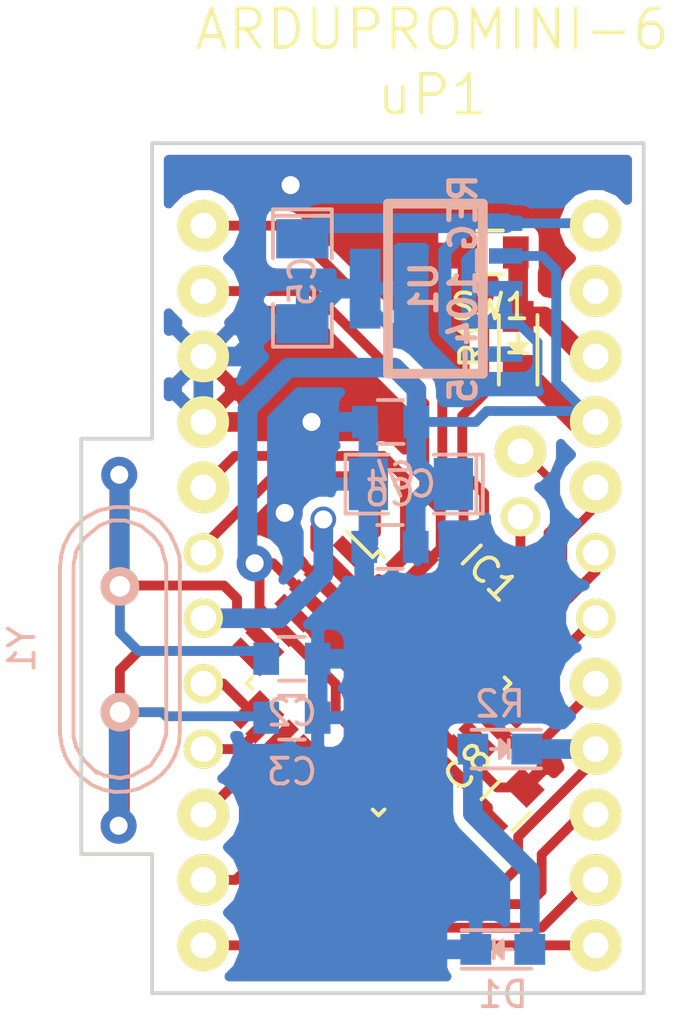
<source format=kicad_pcb>
(kicad_pcb (version 4) (host pcbnew 0.201509010901+6138~28~ubuntu14.04.1-product)

  (general
    (links 57)
    (no_connects 0)
    (area 142.7602 102.1538 169.525187 142.350001)
    (thickness 1.6)
    (drawings 8)
    (tracks 322)
    (zones 0)
    (modules 15)
    (nets 29)
  )

  (page A4)
  (layers
    (0 F.Cu signal)
    (31 B.Cu signal)
    (32 B.Adhes user)
    (33 F.Adhes user)
    (34 B.Paste user)
    (35 F.Paste user)
    (36 B.SilkS user)
    (37 F.SilkS user)
    (38 B.Mask user)
    (39 F.Mask user)
    (40 Dwgs.User user)
    (41 Cmts.User user)
    (42 Eco1.User user)
    (43 Eco2.User user)
    (44 Edge.Cuts user)
    (45 Margin user)
    (46 B.CrtYd user)
    (47 F.CrtYd user)
    (48 B.Fab user)
    (49 F.Fab user)
  )

  (setup
    (last_trace_width 0.381)
    (user_trace_width 0.2032)
    (user_trace_width 0.254)
    (user_trace_width 0.381)
    (user_trace_width 0.508)
    (user_trace_width 0.762)
    (trace_clearance 0.3048)
    (zone_clearance 0.381)
    (zone_45_only no)
    (trace_min 0.2)
    (segment_width 0.2)
    (edge_width 0.15)
    (via_size 1.4)
    (via_drill 0.7)
    (via_min_size 0.4)
    (via_min_drill 0.3)
    (uvia_size 0.3)
    (uvia_drill 0.1)
    (uvias_allowed no)
    (uvia_min_size 0)
    (uvia_min_drill 0)
    (pcb_text_width 0.3)
    (pcb_text_size 1.5 1.5)
    (mod_edge_width 0.15)
    (mod_text_size 1 1)
    (mod_text_width 0.15)
    (pad_size 1.524 1.524)
    (pad_drill 1)
    (pad_to_mask_clearance 0.2)
    (aux_axis_origin 0 0)
    (visible_elements FFFFFFFF)
    (pcbplotparams
      (layerselection 0x00000_80000001)
      (usegerberextensions false)
      (excludeedgelayer true)
      (linewidth 0.100000)
      (plotframeref false)
      (viasonmask false)
      (mode 1)
      (useauxorigin false)
      (hpglpennumber 1)
      (hpglpenspeed 20)
      (hpglpendiameter 15)
      (hpglpenoverlay 2)
      (psnegative true)
      (psa4output false)
      (plotreference true)
      (plotvalue true)
      (plotinvisibletext false)
      (padsonsilk false)
      (subtractmaskfromsilk false)
      (outputformat 2)
      (mirror false)
      (drillshape 0)
      (scaleselection 1)
      (outputdirectory output/))
  )

  (net 0 "")
  (net 1 /xtal1)
  (net 2 GND)
  (net 3 /xtal2)
  (net 4 VCC)
  (net 5 raw)
  (net 6 "Net-(C8-Pad1)")
  (net 7 "Net-(D1-Pad2)")
  (net 8 D3)
  (net 9 D4)
  (net 10 D5)
  (net 11 D6)
  (net 12 D7)
  (net 13 D8)
  (net 14 D9)
  (net 15 D10)
  (net 16 MOSI)
  (net 17 MISO)
  (net 18 sck)
  (net 19 A0)
  (net 20 A1)
  (net 21 A2)
  (net 22 A3)
  (net 23 A4)
  (net 24 A5)
  (net 25 RST)
  (net 26 RXI)
  (net 27 TX0)
  (net 28 D2)

  (net_class Default "This is the default net class."
    (clearance 0.3048)
    (trace_width 0.3048)
    (via_dia 1.4)
    (via_drill 0.7)
    (uvia_dia 0.3)
    (uvia_drill 0.1)
    (add_net /xtal1)
    (add_net /xtal2)
    (add_net A0)
    (add_net A1)
    (add_net A2)
    (add_net A3)
    (add_net A4)
    (add_net A5)
    (add_net D10)
    (add_net D2)
    (add_net D3)
    (add_net D4)
    (add_net D5)
    (add_net D6)
    (add_net D7)
    (add_net D8)
    (add_net D9)
    (add_net GND)
    (add_net MISO)
    (add_net MOSI)
    (add_net "Net-(C8-Pad1)")
    (add_net "Net-(D1-Pad2)")
    (add_net RST)
    (add_net RXI)
    (add_net TX0)
    (add_net VCC)
    (add_net raw)
    (add_net sck)
  )

  (module Capacitors_SMD:C_0805 (layer B.Cu) (tedit 5415D6EA) (tstamp 55FC698F)
    (at 154.4828 128.1684)
    (descr "Capacitor SMD 0805, reflow soldering, AVX (see smccp.pdf)")
    (tags "capacitor 0805")
    (path /55EA0A08)
    (attr smd)
    (fp_text reference C2 (at 0 2.1) (layer B.SilkS)
      (effects (font (size 1 1) (thickness 0.15)) (justify mirror))
    )
    (fp_text value "15 pF" (at 0 -2.1) (layer B.Fab)
      (effects (font (size 1 1) (thickness 0.15)) (justify mirror))
    )
    (fp_line (start -1.8 1) (end 1.8 1) (layer B.CrtYd) (width 0.05))
    (fp_line (start -1.8 -1) (end 1.8 -1) (layer B.CrtYd) (width 0.05))
    (fp_line (start -1.8 1) (end -1.8 -1) (layer B.CrtYd) (width 0.05))
    (fp_line (start 1.8 1) (end 1.8 -1) (layer B.CrtYd) (width 0.05))
    (fp_line (start 0.5 0.85) (end -0.5 0.85) (layer B.SilkS) (width 0.15))
    (fp_line (start -0.5 -0.85) (end 0.5 -0.85) (layer B.SilkS) (width 0.15))
    (pad 1 smd rect (at -1 0) (size 1 1.25) (layers B.Cu B.Paste B.Mask)
      (net 1 /xtal1))
    (pad 2 smd rect (at 1 0) (size 1 1.25) (layers B.Cu B.Paste B.Mask)
      (net 2 GND))
    (model Capacitors_SMD.3dshapes/C_0805.wrl
      (at (xyz 0 0 0))
      (scale (xyz 1 1 1))
      (rotate (xyz 0 0 0))
    )
  )

  (module Capacitors_SMD:C_0805 (layer B.Cu) (tedit 5415D6EA) (tstamp 55FC6995)
    (at 154.4828 130.4544)
    (descr "Capacitor SMD 0805, reflow soldering, AVX (see smccp.pdf)")
    (tags "capacitor 0805")
    (path /55EA09AF)
    (attr smd)
    (fp_text reference C3 (at 0 2.1) (layer B.SilkS)
      (effects (font (size 1 1) (thickness 0.15)) (justify mirror))
    )
    (fp_text value "15 pF" (at 0 -2.1) (layer B.Fab)
      (effects (font (size 1 1) (thickness 0.15)) (justify mirror))
    )
    (fp_line (start -1.8 1) (end 1.8 1) (layer B.CrtYd) (width 0.05))
    (fp_line (start -1.8 -1) (end 1.8 -1) (layer B.CrtYd) (width 0.05))
    (fp_line (start -1.8 1) (end -1.8 -1) (layer B.CrtYd) (width 0.05))
    (fp_line (start 1.8 1) (end 1.8 -1) (layer B.CrtYd) (width 0.05))
    (fp_line (start 0.5 0.85) (end -0.5 0.85) (layer B.SilkS) (width 0.15))
    (fp_line (start -0.5 -0.85) (end 0.5 -0.85) (layer B.SilkS) (width 0.15))
    (pad 1 smd rect (at -1 0) (size 1 1.25) (layers B.Cu B.Paste B.Mask)
      (net 3 /xtal2))
    (pad 2 smd rect (at 1 0) (size 1 1.25) (layers B.Cu B.Paste B.Mask)
      (net 2 GND))
    (model Capacitors_SMD.3dshapes/C_0805.wrl
      (at (xyz 0 0 0))
      (scale (xyz 1 1 1))
      (rotate (xyz 0 0 0))
    )
  )

  (module Capacitors_SMD:C_0805 (layer B.Cu) (tedit 5415D6EA) (tstamp 55FC699B)
    (at 158.3182 118.9736)
    (descr "Capacitor SMD 0805, reflow soldering, AVX (see smccp.pdf)")
    (tags "capacitor 0805")
    (path /55EA1BD0)
    (attr smd)
    (fp_text reference C4 (at 0 2.1) (layer B.SilkS)
      (effects (font (size 1 1) (thickness 0.15)) (justify mirror))
    )
    (fp_text value "0.1 uF" (at 0 -2.1) (layer B.Fab)
      (effects (font (size 1 1) (thickness 0.15)) (justify mirror))
    )
    (fp_line (start -1.8 1) (end 1.8 1) (layer B.CrtYd) (width 0.05))
    (fp_line (start -1.8 -1) (end 1.8 -1) (layer B.CrtYd) (width 0.05))
    (fp_line (start -1.8 1) (end -1.8 -1) (layer B.CrtYd) (width 0.05))
    (fp_line (start 1.8 1) (end 1.8 -1) (layer B.CrtYd) (width 0.05))
    (fp_line (start 0.5 0.85) (end -0.5 0.85) (layer B.SilkS) (width 0.15))
    (fp_line (start -0.5 -0.85) (end 0.5 -0.85) (layer B.SilkS) (width 0.15))
    (pad 1 smd rect (at -1 0) (size 1 1.25) (layers B.Cu B.Paste B.Mask)
      (net 2 GND))
    (pad 2 smd rect (at 1 0) (size 1 1.25) (layers B.Cu B.Paste B.Mask)
      (net 4 VCC))
    (model Capacitors_SMD.3dshapes/C_0805.wrl
      (at (xyz 0 0 0))
      (scale (xyz 1 1 1))
      (rotate (xyz 0 0 0))
    )
  )

  (module Capacitors_SMD:C_0805 (layer B.Cu) (tedit 5415D6EA) (tstamp 55FC69A7)
    (at 158.2928 123.825 180)
    (descr "Capacitor SMD 0805, reflow soldering, AVX (see smccp.pdf)")
    (tags "capacitor 0805")
    (path /55EA0CF4)
    (attr smd)
    (fp_text reference C6 (at 0 2.1 180) (layer B.SilkS)
      (effects (font (size 1 1) (thickness 0.15)) (justify mirror))
    )
    (fp_text value "0.1 uF" (at 0 -2.1 180) (layer B.Fab)
      (effects (font (size 1 1) (thickness 0.15)) (justify mirror))
    )
    (fp_line (start -1.8 1) (end 1.8 1) (layer B.CrtYd) (width 0.05))
    (fp_line (start -1.8 -1) (end 1.8 -1) (layer B.CrtYd) (width 0.05))
    (fp_line (start -1.8 1) (end -1.8 -1) (layer B.CrtYd) (width 0.05))
    (fp_line (start 1.8 1) (end 1.8 -1) (layer B.CrtYd) (width 0.05))
    (fp_line (start 0.5 0.85) (end -0.5 0.85) (layer B.SilkS) (width 0.15))
    (fp_line (start -0.5 -0.85) (end 0.5 -0.85) (layer B.SilkS) (width 0.15))
    (pad 1 smd rect (at -1 0 180) (size 1 1.25) (layers B.Cu B.Paste B.Mask)
      (net 4 VCC))
    (pad 2 smd rect (at 1 0 180) (size 1 1.25) (layers B.Cu B.Paste B.Mask)
      (net 2 GND))
    (model Capacitors_SMD.3dshapes/C_0805.wrl
      (at (xyz 0 0 0))
      (scale (xyz 1 1 1))
      (rotate (xyz 0 0 0))
    )
  )

  (module Capacitors_SMD:C_0805 (layer F.Cu) (tedit 5415D6EA) (tstamp 55FC69B3)
    (at 162.8013 133.8707 45)
    (descr "Capacitor SMD 0805, reflow soldering, AVX (see smccp.pdf)")
    (tags "capacitor 0805")
    (path /55EA0776)
    (attr smd)
    (fp_text reference C8 (at 0 -2.1 45) (layer F.SilkS)
      (effects (font (size 1 1) (thickness 0.15)))
    )
    (fp_text value "0.1 uF" (at 0 2.1 45) (layer F.Fab)
      (effects (font (size 1 1) (thickness 0.15)))
    )
    (fp_line (start -1.8 -1) (end 1.8 -1) (layer F.CrtYd) (width 0.05))
    (fp_line (start -1.8 1) (end 1.8 1) (layer F.CrtYd) (width 0.05))
    (fp_line (start -1.8 -1) (end -1.8 1) (layer F.CrtYd) (width 0.05))
    (fp_line (start 1.8 -1) (end 1.8 1) (layer F.CrtYd) (width 0.05))
    (fp_line (start 0.5 -0.85) (end -0.5 -0.85) (layer F.SilkS) (width 0.15))
    (fp_line (start -0.5 0.85) (end 0.5 0.85) (layer F.SilkS) (width 0.15))
    (pad 1 smd rect (at -1 0 45) (size 1 1.25) (layers F.Cu F.Paste F.Mask)
      (net 6 "Net-(C8-Pad1)"))
    (pad 2 smd rect (at 1 0 45) (size 1 1.25) (layers F.Cu F.Paste F.Mask)
      (net 2 GND))
    (model Capacitors_SMD.3dshapes/C_0805.wrl
      (at (xyz 0 0 0))
      (scale (xyz 1 1 1))
      (rotate (xyz 0 0 0))
    )
  )

  (module LEDs:LED-0805 (layer B.Cu) (tedit 55BDE1C2) (tstamp 55FC69B9)
    (at 162.675 139.45)
    (descr "LED 0805 smd package")
    (tags "LED 0805 SMD")
    (path /55EA1180)
    (attr smd)
    (fp_text reference D1 (at 0 1.75) (layer B.SilkS)
      (effects (font (size 1 1) (thickness 0.15)) (justify mirror))
    )
    (fp_text value Verde (at 0 -1.75) (layer B.Fab)
      (effects (font (size 1 1) (thickness 0.15)) (justify mirror))
    )
    (fp_line (start -1.6 -0.75) (end 1.1 -0.75) (layer B.SilkS) (width 0.15))
    (fp_line (start -1.6 0.75) (end 1.1 0.75) (layer B.SilkS) (width 0.15))
    (fp_line (start -0.1 -0.15) (end -0.1 0.1) (layer B.SilkS) (width 0.15))
    (fp_line (start -0.1 0.1) (end -0.25 -0.05) (layer B.SilkS) (width 0.15))
    (fp_line (start -0.35 0.35) (end -0.35 -0.35) (layer B.SilkS) (width 0.15))
    (fp_line (start 0 0) (end 0.35 0) (layer B.SilkS) (width 0.15))
    (fp_line (start -0.35 0) (end 0 0.35) (layer B.SilkS) (width 0.15))
    (fp_line (start 0 0.35) (end 0 -0.35) (layer B.SilkS) (width 0.15))
    (fp_line (start 0 -0.35) (end -0.35 0) (layer B.SilkS) (width 0.15))
    (fp_line (start 1.9 0.95) (end 1.9 -0.95) (layer B.CrtYd) (width 0.05))
    (fp_line (start 1.9 -0.95) (end -1.9 -0.95) (layer B.CrtYd) (width 0.05))
    (fp_line (start -1.9 -0.95) (end -1.9 0.95) (layer B.CrtYd) (width 0.05))
    (fp_line (start -1.9 0.95) (end 1.9 0.95) (layer B.CrtYd) (width 0.05))
    (pad 2 smd rect (at 1.04902 0 180) (size 1.19888 1.19888) (layers B.Cu B.Paste B.Mask)
      (net 7 "Net-(D1-Pad2)"))
    (pad 1 smd rect (at -1.04902 0 180) (size 1.19888 1.19888) (layers B.Cu B.Paste B.Mask)
      (net 2 GND))
    (model LEDs.3dshapes/LED-0805.wrl
      (at (xyz 0 0 0))
      (scale (xyz 1 1 1))
      (rotate (xyz 0 0 0))
    )
  )

  (module Housings_QFP:TQFP-32_7x7mm_Pitch0.8mm (layer F.Cu) (tedit 54130A77) (tstamp 55FC69DD)
    (at 157.8483 129.1209 315)
    (descr "32-Lead Plastic Thin Quad Flatpack (PT) - 7x7x1.0 mm Body, 2.00 mm [TQFP] (see Microchip Packaging Specification 00000049BS.pdf)")
    (tags "QFP 0.8")
    (path /55E8DB83)
    (attr smd)
    (fp_text reference IC1 (at 0 -6.05 315) (layer F.SilkS)
      (effects (font (size 1 1) (thickness 0.15)))
    )
    (fp_text value ATMEGA328-A (at 0 6.05 315) (layer F.Fab)
      (effects (font (size 1 1) (thickness 0.15)))
    )
    (fp_line (start -5.3 -5.3) (end -5.3 5.3) (layer F.CrtYd) (width 0.05))
    (fp_line (start 5.3 -5.3) (end 5.3 5.3) (layer F.CrtYd) (width 0.05))
    (fp_line (start -5.3 -5.3) (end 5.3 -5.3) (layer F.CrtYd) (width 0.05))
    (fp_line (start -5.3 5.3) (end 5.3 5.3) (layer F.CrtYd) (width 0.05))
    (fp_line (start -3.625 -3.625) (end -3.625 -3.3) (layer F.SilkS) (width 0.15))
    (fp_line (start 3.625 -3.625) (end 3.625 -3.3) (layer F.SilkS) (width 0.15))
    (fp_line (start 3.625 3.625) (end 3.625 3.3) (layer F.SilkS) (width 0.15))
    (fp_line (start -3.625 3.625) (end -3.625 3.3) (layer F.SilkS) (width 0.15))
    (fp_line (start -3.625 -3.625) (end -3.3 -3.625) (layer F.SilkS) (width 0.15))
    (fp_line (start -3.625 3.625) (end -3.3 3.625) (layer F.SilkS) (width 0.15))
    (fp_line (start 3.625 3.625) (end 3.3 3.625) (layer F.SilkS) (width 0.15))
    (fp_line (start 3.625 -3.625) (end 3.3 -3.625) (layer F.SilkS) (width 0.15))
    (fp_line (start -3.625 -3.3) (end -5.05 -3.3) (layer F.SilkS) (width 0.15))
    (pad 1 smd rect (at -4.25 -2.8 315) (size 1.6 0.55) (layers F.Cu F.Paste F.Mask)
      (net 8 D3))
    (pad 2 smd rect (at -4.25 -2 315) (size 1.6 0.55) (layers F.Cu F.Paste F.Mask)
      (net 9 D4))
    (pad 3 smd rect (at -4.25 -1.2 315) (size 1.6 0.55) (layers F.Cu F.Paste F.Mask)
      (net 2 GND))
    (pad 4 smd rect (at -4.25 -0.4 315) (size 1.6 0.55) (layers F.Cu F.Paste F.Mask)
      (net 4 VCC))
    (pad 5 smd rect (at -4.25 0.4 315) (size 1.6 0.55) (layers F.Cu F.Paste F.Mask)
      (net 2 GND))
    (pad 6 smd rect (at -4.25 1.2 315) (size 1.6 0.55) (layers F.Cu F.Paste F.Mask)
      (net 4 VCC))
    (pad 7 smd rect (at -4.25 2 315) (size 1.6 0.55) (layers F.Cu F.Paste F.Mask)
      (net 1 /xtal1))
    (pad 8 smd rect (at -4.25 2.8 315) (size 1.6 0.55) (layers F.Cu F.Paste F.Mask)
      (net 3 /xtal2))
    (pad 9 smd rect (at -2.8 4.25 45) (size 1.6 0.55) (layers F.Cu F.Paste F.Mask)
      (net 10 D5))
    (pad 10 smd rect (at -2 4.25 45) (size 1.6 0.55) (layers F.Cu F.Paste F.Mask)
      (net 11 D6))
    (pad 11 smd rect (at -1.2 4.25 45) (size 1.6 0.55) (layers F.Cu F.Paste F.Mask)
      (net 12 D7))
    (pad 12 smd rect (at -0.4 4.25 45) (size 1.6 0.55) (layers F.Cu F.Paste F.Mask)
      (net 13 D8))
    (pad 13 smd rect (at 0.4 4.25 45) (size 1.6 0.55) (layers F.Cu F.Paste F.Mask)
      (net 14 D9))
    (pad 14 smd rect (at 1.2 4.25 45) (size 1.6 0.55) (layers F.Cu F.Paste F.Mask)
      (net 15 D10))
    (pad 15 smd rect (at 2 4.25 45) (size 1.6 0.55) (layers F.Cu F.Paste F.Mask)
      (net 16 MOSI))
    (pad 16 smd rect (at 2.8 4.25 45) (size 1.6 0.55) (layers F.Cu F.Paste F.Mask)
      (net 17 MISO))
    (pad 17 smd rect (at 4.25 2.8 315) (size 1.6 0.55) (layers F.Cu F.Paste F.Mask)
      (net 18 sck))
    (pad 18 smd rect (at 4.25 2 315) (size 1.6 0.55) (layers F.Cu F.Paste F.Mask)
      (net 4 VCC))
    (pad 19 smd rect (at 4.25 1.2 315) (size 1.6 0.55) (layers F.Cu F.Paste F.Mask))
    (pad 20 smd rect (at 4.25 0.4 315) (size 1.6 0.55) (layers F.Cu F.Paste F.Mask)
      (net 6 "Net-(C8-Pad1)"))
    (pad 21 smd rect (at 4.25 -0.4 315) (size 1.6 0.55) (layers F.Cu F.Paste F.Mask)
      (net 2 GND))
    (pad 22 smd rect (at 4.25 -1.2 315) (size 1.6 0.55) (layers F.Cu F.Paste F.Mask))
    (pad 23 smd rect (at 4.25 -2 315) (size 1.6 0.55) (layers F.Cu F.Paste F.Mask)
      (net 19 A0))
    (pad 24 smd rect (at 4.25 -2.8 315) (size 1.6 0.55) (layers F.Cu F.Paste F.Mask)
      (net 20 A1))
    (pad 25 smd rect (at 2.8 -4.25 45) (size 1.6 0.55) (layers F.Cu F.Paste F.Mask)
      (net 21 A2))
    (pad 26 smd rect (at 2 -4.25 45) (size 1.6 0.55) (layers F.Cu F.Paste F.Mask)
      (net 22 A3))
    (pad 27 smd rect (at 1.2 -4.25 45) (size 1.6 0.55) (layers F.Cu F.Paste F.Mask)
      (net 23 A4))
    (pad 28 smd rect (at 0.4 -4.25 45) (size 1.6 0.55) (layers F.Cu F.Paste F.Mask)
      (net 24 A5))
    (pad 29 smd rect (at -0.4 -4.25 45) (size 1.6 0.55) (layers F.Cu F.Paste F.Mask)
      (net 25 RST))
    (pad 30 smd rect (at -1.2 -4.25 45) (size 1.6 0.55) (layers F.Cu F.Paste F.Mask)
      (net 26 RXI))
    (pad 31 smd rect (at -2 -4.25 45) (size 1.6 0.55) (layers F.Cu F.Paste F.Mask)
      (net 27 TX0))
    (pad 32 smd rect (at -2.8 -4.25 45) (size 1.6 0.55) (layers F.Cu F.Paste F.Mask)
      (net 28 D2))
    (model Housings_QFP.3dshapes/TQFP-32_7x7mm_Pitch0.8mm.wrl
      (at (xyz 0 0 0))
      (scale (xyz 1 1 1))
      (rotate (xyz 0 0 0))
    )
  )

  (module LEDs:LED-0805 (layer F.Cu) (tedit 55BDE1C2) (tstamp 55FC69E3)
    (at 163.2712 115.9256 90)
    (descr "LED 0805 smd package")
    (tags "LED 0805 SMD")
    (path /55EA06C3)
    (attr smd)
    (fp_text reference R1 (at 0 -1.75 90) (layer F.SilkS)
      (effects (font (size 1 1) (thickness 0.15)))
    )
    (fp_text value "10 k" (at 0 1.75 90) (layer F.Fab)
      (effects (font (size 1 1) (thickness 0.15)))
    )
    (fp_line (start -1.6 0.75) (end 1.1 0.75) (layer F.SilkS) (width 0.15))
    (fp_line (start -1.6 -0.75) (end 1.1 -0.75) (layer F.SilkS) (width 0.15))
    (fp_line (start -0.1 0.15) (end -0.1 -0.1) (layer F.SilkS) (width 0.15))
    (fp_line (start -0.1 -0.1) (end -0.25 0.05) (layer F.SilkS) (width 0.15))
    (fp_line (start -0.35 -0.35) (end -0.35 0.35) (layer F.SilkS) (width 0.15))
    (fp_line (start 0 0) (end 0.35 0) (layer F.SilkS) (width 0.15))
    (fp_line (start -0.35 0) (end 0 -0.35) (layer F.SilkS) (width 0.15))
    (fp_line (start 0 -0.35) (end 0 0.35) (layer F.SilkS) (width 0.15))
    (fp_line (start 0 0.35) (end -0.35 0) (layer F.SilkS) (width 0.15))
    (fp_line (start 1.9 -0.95) (end 1.9 0.95) (layer F.CrtYd) (width 0.05))
    (fp_line (start 1.9 0.95) (end -1.9 0.95) (layer F.CrtYd) (width 0.05))
    (fp_line (start -1.9 0.95) (end -1.9 -0.95) (layer F.CrtYd) (width 0.05))
    (fp_line (start -1.9 -0.95) (end 1.9 -0.95) (layer F.CrtYd) (width 0.05))
    (pad 2 smd rect (at 1.04902 0 270) (size 1.19888 1.19888) (layers F.Cu F.Paste F.Mask)
      (net 25 RST))
    (pad 1 smd rect (at -1.04902 0 270) (size 1.19888 1.19888) (layers F.Cu F.Paste F.Mask)
      (net 4 VCC))
    (model LEDs.3dshapes/LED-0805.wrl
      (at (xyz 0 0 0))
      (scale (xyz 1 1 1))
      (rotate (xyz 0 0 0))
    )
  )

  (module LEDs:LED-0805 (layer B.Cu) (tedit 55BDE1C2) (tstamp 55FC69E9)
    (at 162.56 131.6736 180)
    (descr "LED 0805 smd package")
    (tags "LED 0805 SMD")
    (path /55EA114A)
    (attr smd)
    (fp_text reference R2 (at 0 1.75 180) (layer B.SilkS)
      (effects (font (size 1 1) (thickness 0.15)) (justify mirror))
    )
    (fp_text value 330 (at 0 -1.75 180) (layer B.Fab)
      (effects (font (size 1 1) (thickness 0.15)) (justify mirror))
    )
    (fp_line (start -1.6 -0.75) (end 1.1 -0.75) (layer B.SilkS) (width 0.15))
    (fp_line (start -1.6 0.75) (end 1.1 0.75) (layer B.SilkS) (width 0.15))
    (fp_line (start -0.1 -0.15) (end -0.1 0.1) (layer B.SilkS) (width 0.15))
    (fp_line (start -0.1 0.1) (end -0.25 -0.05) (layer B.SilkS) (width 0.15))
    (fp_line (start -0.35 0.35) (end -0.35 -0.35) (layer B.SilkS) (width 0.15))
    (fp_line (start 0 0) (end 0.35 0) (layer B.SilkS) (width 0.15))
    (fp_line (start -0.35 0) (end 0 0.35) (layer B.SilkS) (width 0.15))
    (fp_line (start 0 0.35) (end 0 -0.35) (layer B.SilkS) (width 0.15))
    (fp_line (start 0 -0.35) (end -0.35 0) (layer B.SilkS) (width 0.15))
    (fp_line (start 1.9 0.95) (end 1.9 -0.95) (layer B.CrtYd) (width 0.05))
    (fp_line (start 1.9 -0.95) (end -1.9 -0.95) (layer B.CrtYd) (width 0.05))
    (fp_line (start -1.9 -0.95) (end -1.9 0.95) (layer B.CrtYd) (width 0.05))
    (fp_line (start -1.9 0.95) (end 1.9 0.95) (layer B.CrtYd) (width 0.05))
    (pad 2 smd rect (at 1.04902 0) (size 1.19888 1.19888) (layers B.Cu B.Paste B.Mask)
      (net 7 "Net-(D1-Pad2)"))
    (pad 1 smd rect (at -1.04902 0) (size 1.19888 1.19888) (layers B.Cu B.Paste B.Mask)
      (net 18 sck))
    (model LEDs.3dshapes/LED-0805.wrl
      (at (xyz 0 0 0))
      (scale (xyz 1 1 1))
      (rotate (xyz 0 0 0))
    )
  )

  (module SOT223-5:SOT223-5 (layer B.Cu) (tedit 4DE975A5) (tstamp 55FC69FB)
    (at 160.375 113.8 270)
    (descr "module CMS SOT223 5 pins")
    (tags "CMS SOT")
    (path /55EA1805)
    (attr smd)
    (fp_text reference U1 (at 0 0.762 270) (layer B.SilkS)
      (effects (font (size 1.016 1.016) (thickness 0.2032)) (justify mirror))
    )
    (fp_text value REG_104-5 (at 0 -0.762 270) (layer B.SilkS)
      (effects (font (size 1.016 1.016) (thickness 0.2032)) (justify mirror))
    )
    (fp_line (start -3.302 -1.524) (end 3.302 -1.524) (layer B.SilkS) (width 0.381))
    (fp_line (start 3.302 -1.524) (end 3.302 2.159) (layer B.SilkS) (width 0.381))
    (fp_line (start -3.302 2.159) (end -3.302 -1.524) (layer B.SilkS) (width 0.381))
    (fp_line (start -3.302 2.159) (end 3.302 2.159) (layer B.SilkS) (width 0.381))
    (pad 2 smd rect (at -1.27 -2.413 270) (size 0.59944 1.30048) (layers B.Cu B.Paste B.Mask)
      (net 4 VCC))
    (pad 1 smd rect (at -2.54 -2.413 270) (size 0.59944 1.30048) (layers B.Cu B.Paste B.Mask)
      (net 5 raw))
    (pad 5 smd rect (at 2.54 -2.413 270) (size 0.59944 1.30048) (layers B.Cu B.Paste B.Mask)
      (net 5 raw))
    (pad 4 smd rect (at 1.27 -2.413 270) (size 0.59944 1.30048) (layers B.Cu B.Paste B.Mask)
      (net 2 GND))
    (pad 3 smd rect (at 0 -2.413 270) (size 0.59944 1.30048) (layers B.Cu B.Paste B.Mask)
      (net 2 GND))
    (pad 3 smd rect (at 0 3.048 270) (size 3.0988 1.19888) (layers B.Cu B.Paste B.Mask)
      (net 2 GND))
    (model smd/SOT223.wrl
      (at (xyz 0 0 0))
      (scale (xyz 0.4 0.4 0.4))
      (rotate (xyz 0 0 0))
    )
  )

  (module Bibliotecas:ArduProMinicdr2 (layer F.Cu) (tedit 56008020) (tstamp 55FC837E)
    (at 148.5011 105.0036)
    (path /55E8DADD)
    (fp_text reference uP1 (at 11.43 1.27) (layer F.SilkS)
      (effects (font (size 1.5 1.5) (thickness 0.15)))
    )
    (fp_text value ARDUPROMINI-6 (at 11.43 -1.27) (layer F.SilkS)
      (effects (font (size 1.5 1.5) (thickness 0.15)))
    )
    (pad 8 thru_hole circle (at 2.54 6.35) (size 2 2) (drill 1) (layers *.Cu *.Mask F.SilkS)
      (net 26 RXI))
    (pad 7 thru_hole circle (at 2.54 8.89) (size 2 2) (drill 1) (layers *.Cu *.Mask F.SilkS)
      (net 27 TX0))
    (pad 10 thru_hole circle (at 2.54 11.43) (size 2 2) (drill 1) (layers *.Cu *.Mask F.SilkS)
      (net 2 GND))
    (pad 10 thru_hole circle (at 2.54 13.97) (size 2 2) (drill 1) (layers *.Cu *.Mask F.SilkS)
      (net 2 GND))
    (pad 11 thru_hole circle (at 2.54 16.51) (size 2 2) (drill 1) (layers *.Cu *.Mask F.SilkS)
      (net 28 D2))
    (pad 12 thru_hole circle (at 2.54 19.05) (size 1.524 1.524) (drill 1) (layers *.Cu *.Mask F.SilkS)
      (net 8 D3))
    (pad 13 thru_hole circle (at 2.54 21.59) (size 1.524 1.524) (drill 1) (layers *.Cu *.Mask F.SilkS)
      (net 9 D4))
    (pad 14 thru_hole circle (at 2.54 24.13) (size 1.524 1.524) (drill 1) (layers *.Cu *.Mask F.SilkS)
      (net 10 D5))
    (pad 15 thru_hole circle (at 2.54 26.67) (size 1.524 1.524) (drill 1) (layers *.Cu *.Mask F.SilkS)
      (net 11 D6))
    (pad 16 thru_hole circle (at 2.54 29.21) (size 2 2) (drill 1) (layers *.Cu *.Mask F.SilkS)
      (net 12 D7))
    (pad 17 thru_hole circle (at 2.54 31.75) (size 2 2) (drill 1) (layers *.Cu *.Mask F.SilkS)
      (net 13 D8))
    (pad 18 thru_hole circle (at 2.54 34.29) (size 2 2) (drill 1) (layers *.Cu *.Mask F.SilkS)
      (net 14 D9))
    (pad 19 thru_hole circle (at 17.78 6.35) (size 2 2) (drill 1) (layers *.Cu *.Mask F.SilkS)
      (net 5 raw))
    (pad 0 thru_hole circle (at 17.78 8.89) (size 2 2) (drill 1) (layers *.Cu *.Mask F.SilkS))
    (pad 21 thru_hole circle (at 17.78 11.43) (size 2 2) (drill 1) (layers *.Cu *.Mask F.SilkS)
      (net 25 RST))
    (pad 22 thru_hole circle (at 17.78 13.97) (size 2 2) (drill 1) (layers *.Cu *.Mask F.SilkS)
      (net 4 VCC))
    (pad 23 thru_hole circle (at 17.78 16.51) (size 2 2) (drill 1) (layers *.Cu *.Mask F.SilkS)
      (net 22 A3))
    (pad 24 thru_hole circle (at 17.78 19.05) (size 1.524 1.524) (drill 1) (layers *.Cu *.Mask F.SilkS)
      (net 21 A2))
    (pad 25 thru_hole circle (at 17.78 21.59) (size 1.524 1.524) (drill 1) (layers *.Cu *.Mask F.SilkS)
      (net 20 A1))
    (pad 26 thru_hole circle (at 17.78 24.13) (size 2 2) (drill 1) (layers *.Cu *.Mask F.SilkS)
      (net 19 A0))
    (pad 27 thru_hole circle (at 17.78 26.67) (size 2 2) (drill 1) (layers *.Cu *.Mask F.SilkS)
      (net 18 sck))
    (pad 28 thru_hole circle (at 17.78 29.21) (size 2 2) (drill 1) (layers *.Cu *.Mask F.SilkS)
      (net 17 MISO))
    (pad 29 thru_hole circle (at 17.78 31.75) (size 2 2) (drill 1) (layers *.Cu *.Mask F.SilkS)
      (net 16 MOSI))
    (pad 30 thru_hole circle (at 17.78 34.29) (size 2 2) (drill 1) (layers *.Cu *.Mask F.SilkS)
      (net 15 D10))
    (pad 31 thru_hole circle (at 14.859 15.113) (size 2 2) (drill 1) (layers *.Cu *.Mask F.SilkS)
      (net 23 A4))
    (pad 32 thru_hole circle (at 14.859 17.653) (size 1.524 1.524) (drill 1) (layers *.Cu *.Mask F.SilkS)
      (net 24 A5))
  )

  (module Capacitors_SMD:C_0805 (layer F.Cu) (tedit 5415D6EA) (tstamp 55FCAE71)
    (at 162.179 112.395 180)
    (descr "Capacitor SMD 0805, reflow soldering, AVX (see smccp.pdf)")
    (tags "capacitor 0805")
    (path /55EA0623)
    (attr smd)
    (fp_text reference SW1 (at 0 -2.1 180) (layer F.SilkS)
      (effects (font (size 1 1) (thickness 0.15)))
    )
    (fp_text value SW_PUSH (at 0 2.1 180) (layer F.Fab)
      (effects (font (size 1 1) (thickness 0.15)))
    )
    (fp_line (start -1.8 -1) (end 1.8 -1) (layer F.CrtYd) (width 0.05))
    (fp_line (start -1.8 1) (end 1.8 1) (layer F.CrtYd) (width 0.05))
    (fp_line (start -1.8 -1) (end -1.8 1) (layer F.CrtYd) (width 0.05))
    (fp_line (start 1.8 -1) (end 1.8 1) (layer F.CrtYd) (width 0.05))
    (fp_line (start 0.5 -0.85) (end -0.5 -0.85) (layer F.SilkS) (width 0.15))
    (fp_line (start -0.5 0.85) (end 0.5 0.85) (layer F.SilkS) (width 0.15))
    (pad 1 smd rect (at -1 0 180) (size 1 1.25) (layers F.Cu F.Paste F.Mask)
      (net 25 RST))
    (pad 2 smd rect (at 1 0 180) (size 1 1.25) (layers F.Cu F.Paste F.Mask)
      (net 2 GND))
    (model Capacitors_SMD.3dshapes/C_0805.wrl
      (at (xyz 0 0 0))
      (scale (xyz 1 1 1))
      (rotate (xyz 0 0 0))
    )
  )

  (module SMD_Packages:SMD-1206_Pol (layer B.Cu) (tedit 0) (tstamp 55FCB751)
    (at 154.8892 113.5126 270)
    (path /55EA25C4)
    (attr smd)
    (fp_text reference C5 (at 0 0 270) (layer B.SilkS)
      (effects (font (size 1 1) (thickness 0.15)) (justify mirror))
    )
    (fp_text value "10 uF" (at 0 0 270) (layer B.Fab)
      (effects (font (size 1 1) (thickness 0.15)) (justify mirror))
    )
    (fp_line (start -2.54 1.143) (end -2.794 1.143) (layer B.SilkS) (width 0.15))
    (fp_line (start -2.794 1.143) (end -2.794 -1.143) (layer B.SilkS) (width 0.15))
    (fp_line (start -2.794 -1.143) (end -2.54 -1.143) (layer B.SilkS) (width 0.15))
    (fp_line (start -2.54 1.143) (end -2.54 -1.143) (layer B.SilkS) (width 0.15))
    (fp_line (start -2.54 -1.143) (end -0.889 -1.143) (layer B.SilkS) (width 0.15))
    (fp_line (start 0.889 1.143) (end 2.54 1.143) (layer B.SilkS) (width 0.15))
    (fp_line (start 2.54 1.143) (end 2.54 -1.143) (layer B.SilkS) (width 0.15))
    (fp_line (start 2.54 -1.143) (end 0.889 -1.143) (layer B.SilkS) (width 0.15))
    (fp_line (start -0.889 1.143) (end -2.54 1.143) (layer B.SilkS) (width 0.15))
    (pad 1 smd rect (at -1.651 0 270) (size 1.524 2.032) (layers B.Cu B.Paste B.Mask)
      (net 5 raw))
    (pad 2 smd rect (at 1.651 0 270) (size 1.524 2.032) (layers B.Cu B.Paste B.Mask)
      (net 2 GND))
    (model SMD_Packages.3dshapes/SMD-1206_Pol.wrl
      (at (xyz 0 0 0))
      (scale (xyz 0.17 0.16 0.16))
      (rotate (xyz 0 0 0))
    )
  )

  (module SMD_Packages:SMD-1206_Pol (layer B.Cu) (tedit 0) (tstamp 55FCB756)
    (at 159.1056 121.3866 180)
    (path /55EA232F)
    (attr smd)
    (fp_text reference C7 (at 0 0 180) (layer B.SilkS)
      (effects (font (size 1 1) (thickness 0.15)) (justify mirror))
    )
    (fp_text value "10 uF" (at 0 0 180) (layer B.Fab)
      (effects (font (size 1 1) (thickness 0.15)) (justify mirror))
    )
    (fp_line (start -2.54 1.143) (end -2.794 1.143) (layer B.SilkS) (width 0.15))
    (fp_line (start -2.794 1.143) (end -2.794 -1.143) (layer B.SilkS) (width 0.15))
    (fp_line (start -2.794 -1.143) (end -2.54 -1.143) (layer B.SilkS) (width 0.15))
    (fp_line (start -2.54 1.143) (end -2.54 -1.143) (layer B.SilkS) (width 0.15))
    (fp_line (start -2.54 -1.143) (end -0.889 -1.143) (layer B.SilkS) (width 0.15))
    (fp_line (start 0.889 1.143) (end 2.54 1.143) (layer B.SilkS) (width 0.15))
    (fp_line (start 2.54 1.143) (end 2.54 -1.143) (layer B.SilkS) (width 0.15))
    (fp_line (start 2.54 -1.143) (end 0.889 -1.143) (layer B.SilkS) (width 0.15))
    (fp_line (start -0.889 1.143) (end -2.54 1.143) (layer B.SilkS) (width 0.15))
    (pad 1 smd rect (at -1.651 0 180) (size 1.524 2.032) (layers B.Cu B.Paste B.Mask)
      (net 4 VCC))
    (pad 2 smd rect (at 1.651 0 180) (size 1.524 2.032) (layers B.Cu B.Paste B.Mask)
      (net 2 GND))
    (model SMD_Packages.3dshapes/SMD-1206_Pol.wrl
      (at (xyz 0 0 0))
      (scale (xyz 0.17 0.16 0.16))
      (rotate (xyz 0 0 0))
    )
  )

  (module Crystals:Crystal_HC49-U_Vertical (layer B.Cu) (tedit 0) (tstamp 56007859)
    (at 147.8 127.8 270)
    (descr "Crystal, Quarz, HC49/U, vertical, stehend,")
    (tags "Crystal, Quarz, HC49/U, vertical, stehend,")
    (path /55EA0965)
    (fp_text reference Y1 (at 0 3.81 270) (layer B.SilkS)
      (effects (font (size 1 1) (thickness 0.15)) (justify mirror))
    )
    (fp_text value "16 MHz" (at 0 -3.81 270) (layer B.Fab)
      (effects (font (size 1 1) (thickness 0.15)) (justify mirror))
    )
    (fp_line (start 4.699 1.00076) (end 4.89966 0.59944) (layer B.SilkS) (width 0.15))
    (fp_line (start 4.89966 0.59944) (end 5.00126 0) (layer B.SilkS) (width 0.15))
    (fp_line (start 5.00126 0) (end 4.89966 -0.50038) (layer B.SilkS) (width 0.15))
    (fp_line (start 4.89966 -0.50038) (end 4.50088 -1.19888) (layer B.SilkS) (width 0.15))
    (fp_line (start 4.50088 -1.19888) (end 3.8989 -1.6002) (layer B.SilkS) (width 0.15))
    (fp_line (start 3.8989 -1.6002) (end 3.29946 -1.80086) (layer B.SilkS) (width 0.15))
    (fp_line (start 3.29946 -1.80086) (end -3.29946 -1.80086) (layer B.SilkS) (width 0.15))
    (fp_line (start -3.29946 -1.80086) (end -4.0005 -1.6002) (layer B.SilkS) (width 0.15))
    (fp_line (start -4.0005 -1.6002) (end -4.39928 -1.30048) (layer B.SilkS) (width 0.15))
    (fp_line (start -4.39928 -1.30048) (end -4.8006 -0.8001) (layer B.SilkS) (width 0.15))
    (fp_line (start -4.8006 -0.8001) (end -5.00126 -0.20066) (layer B.SilkS) (width 0.15))
    (fp_line (start -5.00126 -0.20066) (end -5.00126 0.29972) (layer B.SilkS) (width 0.15))
    (fp_line (start -5.00126 0.29972) (end -4.8006 0.8001) (layer B.SilkS) (width 0.15))
    (fp_line (start -4.8006 0.8001) (end -4.30022 1.39954) (layer B.SilkS) (width 0.15))
    (fp_line (start -4.30022 1.39954) (end -3.79984 1.69926) (layer B.SilkS) (width 0.15))
    (fp_line (start -3.79984 1.69926) (end -3.29946 1.80086) (layer B.SilkS) (width 0.15))
    (fp_line (start -3.2004 1.80086) (end 3.40106 1.80086) (layer B.SilkS) (width 0.15))
    (fp_line (start 3.40106 1.80086) (end 3.79984 1.69926) (layer B.SilkS) (width 0.15))
    (fp_line (start 3.79984 1.69926) (end 4.30022 1.39954) (layer B.SilkS) (width 0.15))
    (fp_line (start 4.30022 1.39954) (end 4.8006 0.89916) (layer B.SilkS) (width 0.15))
    (fp_line (start -3.19024 2.32918) (end -3.64998 2.28092) (layer B.SilkS) (width 0.15))
    (fp_line (start -3.64998 2.28092) (end -4.04876 2.16916) (layer B.SilkS) (width 0.15))
    (fp_line (start -4.04876 2.16916) (end -4.48056 1.95072) (layer B.SilkS) (width 0.15))
    (fp_line (start -4.48056 1.95072) (end -4.77012 1.71958) (layer B.SilkS) (width 0.15))
    (fp_line (start -4.77012 1.71958) (end -5.10032 1.36906) (layer B.SilkS) (width 0.15))
    (fp_line (start -5.10032 1.36906) (end -5.38988 0.83058) (layer B.SilkS) (width 0.15))
    (fp_line (start -5.38988 0.83058) (end -5.51942 0.23114) (layer B.SilkS) (width 0.15))
    (fp_line (start -5.51942 0.23114) (end -5.51942 -0.2794) (layer B.SilkS) (width 0.15))
    (fp_line (start -5.51942 -0.2794) (end -5.34924 -0.98044) (layer B.SilkS) (width 0.15))
    (fp_line (start -5.34924 -0.98044) (end -4.95046 -1.56972) (layer B.SilkS) (width 0.15))
    (fp_line (start -4.95046 -1.56972) (end -4.49072 -1.94056) (layer B.SilkS) (width 0.15))
    (fp_line (start -4.49072 -1.94056) (end -4.06908 -2.14884) (layer B.SilkS) (width 0.15))
    (fp_line (start -4.06908 -2.14884) (end -3.6195 -2.30886) (layer B.SilkS) (width 0.15))
    (fp_line (start -3.6195 -2.30886) (end -3.18008 -2.33934) (layer B.SilkS) (width 0.15))
    (fp_line (start 4.16052 -2.1209) (end 4.53898 -1.89992) (layer B.SilkS) (width 0.15))
    (fp_line (start 4.53898 -1.89992) (end 4.85902 -1.62052) (layer B.SilkS) (width 0.15))
    (fp_line (start 4.85902 -1.62052) (end 5.11048 -1.29032) (layer B.SilkS) (width 0.15))
    (fp_line (start 5.11048 -1.29032) (end 5.4102 -0.73914) (layer B.SilkS) (width 0.15))
    (fp_line (start 5.4102 -0.73914) (end 5.51942 -0.26924) (layer B.SilkS) (width 0.15))
    (fp_line (start 5.51942 -0.26924) (end 5.53974 0.1905) (layer B.SilkS) (width 0.15))
    (fp_line (start 5.53974 0.1905) (end 5.45084 0.65024) (layer B.SilkS) (width 0.15))
    (fp_line (start 5.45084 0.65024) (end 5.26034 1.09982) (layer B.SilkS) (width 0.15))
    (fp_line (start 5.26034 1.09982) (end 4.89966 1.56972) (layer B.SilkS) (width 0.15))
    (fp_line (start 4.89966 1.56972) (end 4.54914 1.88976) (layer B.SilkS) (width 0.15))
    (fp_line (start 4.54914 1.88976) (end 4.16052 2.1209) (layer B.SilkS) (width 0.15))
    (fp_line (start 4.16052 2.1209) (end 3.73126 2.2606) (layer B.SilkS) (width 0.15))
    (fp_line (start 3.73126 2.2606) (end 3.2893 2.32918) (layer B.SilkS) (width 0.15))
    (fp_line (start -3.2004 -2.32918) (end 3.2512 -2.32918) (layer B.SilkS) (width 0.15))
    (fp_line (start 3.2512 -2.32918) (end 3.6703 -2.29108) (layer B.SilkS) (width 0.15))
    (fp_line (start 3.6703 -2.29108) (end 4.16052 -2.1209) (layer B.SilkS) (width 0.15))
    (fp_line (start -3.2004 2.32918) (end 3.2512 2.32918) (layer B.SilkS) (width 0.15))
    (pad 1 thru_hole circle (at -2.44094 0 270) (size 1.50114 1.50114) (drill 0.8001) (layers *.Cu *.Mask B.SilkS)
      (net 1 /xtal1))
    (pad 2 thru_hole circle (at 2.44094 0 270) (size 1.50114 1.50114) (drill 0.8001) (layers *.Cu *.Mask B.SilkS)
      (net 3 /xtal2))
  )

  (gr_line (start 149.05 135.75) (end 149.05 141.15) (angle 90) (layer Edge.Cuts) (width 0.15))
  (gr_line (start 146.3 135.75) (end 149.05 135.75) (angle 90) (layer Edge.Cuts) (width 0.15))
  (gr_line (start 146.3 119.625) (end 146.3 135.75) (angle 90) (layer Edge.Cuts) (width 0.15))
  (gr_line (start 149.05 119.625) (end 146.3 119.625) (angle 90) (layer Edge.Cuts) (width 0.15))
  (gr_line (start 149.05 108.15) (end 149.05 119.625) (angle 90) (layer Edge.Cuts) (width 0.15))
  (gr_line (start 168.15 141.15) (end 149.05 141.15) (angle 90) (layer Edge.Cuts) (width 0.15))
  (gr_line (start 168.15 108.15) (end 168.15 141.15) (angle 90) (layer Edge.Cuts) (width 0.15))
  (gr_line (start 149.05 108.15) (end 168.15 108.15) (angle 90) (layer Edge.Cuts) (width 0.15))

  (segment (start 147.775 121.025) (end 147.775 125.33406) (width 0.762) (layer F.Cu) (net 1))
  (segment (start 147.775 125.33406) (end 147.8 125.35906) (width 0.762) (layer F.Cu) (net 1) (tstamp 560085B6))
  (segment (start 147.8 125.35906) (end 147.8 121.05) (width 0.762) (layer B.Cu) (net 1))
  (segment (start 147.8 121.05) (end 147.775 121.025) (width 0.762) (layer B.Cu) (net 1) (tstamp 560085A5))
  (segment (start 147.8 121.05) (end 147.775 121.025) (width 0.762) (layer F.Cu) (net 1) (tstamp 56008595))
  (via (at 147.775 121.025) (size 1.4) (drill 0.7) (layers F.Cu B.Cu) (net 1))
  (segment (start 147.775 121.025) (end 147.8 121.05) (width 0.762) (layer B.Cu) (net 1) (tstamp 5600859A))
  (segment (start 147.8 125.35906) (end 147.8 127.15) (width 0.381) (layer B.Cu) (net 1))
  (segment (start 148.5136 127.8636) (end 149.7076 127.8636) (width 0.381) (layer B.Cu) (net 1) (tstamp 560083B0))
  (segment (start 147.8 127.15) (end 148.5136 127.8636) (width 0.381) (layer B.Cu) (net 1) (tstamp 560083AC))
  (segment (start 151.8412 125.3236) (end 147.83546 125.3236) (width 0.381) (layer F.Cu) (net 1) (tstamp 5600835A))
  (segment (start 153.428883 127.52991) (end 152.3492 126.450227) (width 0.381) (layer F.Cu) (net 1))
  (segment (start 152.3492 126.450227) (end 152.3492 125.8316) (width 0.381) (layer F.Cu) (net 1) (tstamp 56008358))
  (segment (start 152.3492 125.8316) (end 151.8412 125.3236) (width 0.381) (layer F.Cu) (net 1) (tstamp 56008359))
  (segment (start 147.83546 125.3236) (end 147.8 125.35906) (width 0.381) (layer F.Cu) (net 1) (tstamp 5600835B))
  (segment (start 149.7076 127.8636) (end 153.178 127.8636) (width 0.381) (layer B.Cu) (net 1) (tstamp 5600808C))
  (segment (start 153.178 127.8636) (end 153.4828 128.1684) (width 0.381) (layer B.Cu) (net 1) (tstamp 56008093))
  (segment (start 152.3492 125.8316) (end 152.3492 126.450227) (width 0.381) (layer F.Cu) (net 1) (tstamp 56007F95))
  (segment (start 151.8412 125.3236) (end 152.3492 125.8316) (width 0.381) (layer F.Cu) (net 1) (tstamp 56007F93))
  (segment (start 153.428883 127.52991) (end 153.428883 127.520883) (width 0.3048) (layer F.Cu) (net 1))
  (segment (start 162.788 115.07) (end 163.209198 115.07) (width 0.381) (layer B.Cu) (net 2))
  (segment (start 163.209198 115.07) (end 164.025 115.885802) (width 0.381) (layer B.Cu) (net 2) (tstamp 56009461))
  (segment (start 160.6 117.575) (end 157.327 114.302) (width 0.381) (layer B.Cu) (net 2) (tstamp 5600946A))
  (segment (start 163.475 117.575) (end 160.6 117.575) (width 0.381) (layer B.Cu) (net 2) (tstamp 56009468))
  (segment (start 164.025 117.025) (end 163.475 117.575) (width 0.381) (layer B.Cu) (net 2) (tstamp 56009466))
  (segment (start 164.025 115.885802) (end 164.025 117.025) (width 0.381) (layer B.Cu) (net 2) (tstamp 56009462))
  (segment (start 157.327 114.302) (end 157.327 113.8) (width 0.381) (layer B.Cu) (net 2) (tstamp 5600946C))
  (segment (start 162.788 113.8) (end 162.788 115.07) (width 0.381) (layer B.Cu) (net 2))
  (segment (start 157.327 113.8) (end 156.2528 113.8) (width 0.762) (layer B.Cu) (net 2))
  (segment (start 156.2528 113.8) (end 154.8892 115.1636) (width 0.762) (layer B.Cu) (net 2) (tstamp 56009429))
  (segment (start 157.2928 136.4648) (end 157.2928 138.1928) (width 0.762) (layer B.Cu) (net 2))
  (segment (start 157.2928 123.825) (end 157.2928 136.4648) (width 0.762) (layer B.Cu) (net 2) (tstamp 560080D6))
  (segment (start 158.55 139.45) (end 161.62598 139.45) (width 0.762) (layer B.Cu) (net 2) (tstamp 56008E8D))
  (segment (start 157.2928 138.1928) (end 158.55 139.45) (width 0.762) (layer B.Cu) (net 2) (tstamp 56008E8A))
  (segment (start 157.2928 123.825) (end 157.2928 127.8476) (width 0.762) (layer B.Cu) (net 2))
  (segment (start 157.2928 127.8476) (end 156.972 128.1684) (width 0.762) (layer B.Cu) (net 2) (tstamp 560080B3))
  (segment (start 156.972 128.1684) (end 155.4828 128.1684) (width 0.762) (layer B.Cu) (net 2) (tstamp 560080B5))
  (segment (start 155.4828 128.1684) (end 156.972 128.1684) (width 0.762) (layer B.Cu) (net 2))
  (segment (start 157.5054 124.0376) (end 157.2928 123.825) (width 0.762) (layer B.Cu) (net 2) (tstamp 560080AB))
  (segment (start 155.4828 128.1684) (end 155.4828 130.4544) (width 0.762) (layer B.Cu) (net 2))
  (segment (start 154.432 109.7788) (end 153.5938 109.7788) (width 0.762) (layer B.Cu) (net 2))
  (via (at 154.432 109.7788) (size 1.4) (drill 0.7) (layers F.Cu B.Cu) (net 2))
  (segment (start 154.432 109.7788) (end 157.0482 112.395) (width 0.762) (layer F.Cu) (net 2) (tstamp 55FCB06A))
  (segment (start 161.179 112.395) (end 157.0482 112.395) (width 0.762) (layer F.Cu) (net 2) (tstamp 55FCB06B))
  (segment (start 153.0096 114.4778) (end 153.6954 115.1636) (width 0.762) (layer B.Cu) (net 2) (tstamp 55FCB87D))
  (segment (start 153.0096 110.363) (end 153.0096 114.4778) (width 0.762) (layer B.Cu) (net 2) (tstamp 55FCB87A))
  (segment (start 153.5938 109.7788) (end 153.0096 110.363) (width 0.762) (layer B.Cu) (net 2) (tstamp 55FCB879))
  (segment (start 153.6954 115.1636) (end 154.8892 115.1636) (width 0.762) (layer B.Cu) (net 2) (tstamp 55FCB880))
  (segment (start 151.0411 116.4336) (end 152.4254 116.4336) (width 0.762) (layer B.Cu) (net 2) (status 10))
  (segment (start 153.6954 115.1636) (end 154.8892 115.1636) (width 0.762) (layer B.Cu) (net 2) (tstamp 55FCB86C))
  (segment (start 152.4254 116.4336) (end 153.6954 115.1636) (width 0.762) (layer B.Cu) (net 2) (tstamp 55FCB86B))
  (segment (start 154.2034 122.5042) (end 154.2034 121.2342) (width 0.762) (layer B.Cu) (net 2))
  (segment (start 155.691624 125.267168) (end 154.416928 123.992472) (width 0.381) (layer F.Cu) (net 2) (tstamp 55FCB7B4))
  (segment (start 154.416928 122.717728) (end 154.2034 122.5042) (width 0.381) (layer F.Cu) (net 2) (tstamp 55FCB7B6))
  (via (at 154.2034 122.5042) (size 1.4) (drill 0.7) (layers F.Cu B.Cu) (net 2))
  (segment (start 154.416928 123.992472) (end 154.416928 122.717728) (width 0.381) (layer F.Cu) (net 2))
  (segment (start 155.2448 120.1928) (end 155.2448 118.9736) (width 0.762) (layer B.Cu) (net 2) (tstamp 55FCB7F3))
  (segment (start 154.2034 121.2342) (end 155.2448 120.1928) (width 0.762) (layer B.Cu) (net 2) (tstamp 55FCB7F2))
  (segment (start 157.4546 121.3866) (end 157.4546 123.6632) (width 0.762) (layer B.Cu) (net 2))
  (segment (start 157.4546 123.6632) (end 157.2928 123.825) (width 0.762) (layer B.Cu) (net 2) (tstamp 55FCB77D))
  (segment (start 157.4546 121.3866) (end 157.4546 119.11) (width 0.762) (layer B.Cu) (net 2))
  (segment (start 157.4546 119.11) (end 157.3182 118.9736) (width 0.762) (layer B.Cu) (net 2) (tstamp 55FCB77A))
  (segment (start 157.353 121.4882) (end 157.4546 121.3866) (width 0.762) (layer B.Cu) (net 2) (tstamp 55FCB776))
  (segment (start 157.3182 118.9736) (end 155.2448 118.9736) (width 0.762) (layer B.Cu) (net 2))
  (segment (start 155.2448 118.9736) (end 151.0411 118.9736) (width 0.762) (layer F.Cu) (net 2) (tstamp 55FCB168) (status 20))
  (via (at 155.2448 118.9736) (size 1.4) (drill 0.7) (layers F.Cu B.Cu) (net 2))
  (segment (start 151.7904 116.4336) (end 151.0411 116.4336) (width 0.762) (layer B.Cu) (net 2) (tstamp 55FCB05D) (status 30))
  (segment (start 151.0411 116.4336) (end 151.7904 116.4336) (width 0.508) (layer B.Cu) (net 2) (status 30))
  (segment (start 155.691624 125.267168) (end 155.709068 125.267168) (width 0.381) (layer F.Cu) (net 2))
  (segment (start 155.709068 125.267168) (end 157.1625 126.7206) (width 0.381) (layer F.Cu) (net 2) (tstamp 55FC8830))
  (segment (start 157.1625 126.7206) (end 157.1625 127.869414) (width 0.381) (layer F.Cu) (net 2) (tstamp 55FC8832))
  (segment (start 154.560253 126.398539) (end 154.560253 126.404353) (width 0.381) (layer F.Cu) (net 2))
  (segment (start 154.560253 126.404353) (end 155.9687 127.8128) (width 0.381) (layer F.Cu) (net 2) (tstamp 55FC8824))
  (segment (start 157.105886 127.8128) (end 157.1625 127.869414) (width 0.381) (layer F.Cu) (net 2) (tstamp 55FC8828))
  (segment (start 157.1625 127.869414) (end 161.136347 131.843261) (width 0.381) (layer F.Cu) (net 2) (tstamp 55FC8836))
  (segment (start 155.9687 127.8128) (end 157.105886 127.8128) (width 0.381) (layer F.Cu) (net 2) (tstamp 55FC8826))
  (segment (start 163.508407 133.163593) (end 162.456679 133.163593) (width 0.381) (layer F.Cu) (net 2))
  (segment (start 162.456679 133.163593) (end 161.136347 131.843261) (width 0.381) (layer F.Cu) (net 2) (tstamp 55FC87F0))
  (segment (start 151.0411 118.9736) (end 155.448 118.9736) (width 0.508) (layer F.Cu) (net 2) (status 10))
  (segment (start 155.448 118.9736) (end 155.4988 119.0244) (width 0.508) (layer F.Cu) (net 2) (tstamp 55FC8720))
  (segment (start 151.0411 118.9736) (end 151.4856 118.9736) (width 0.762) (layer B.Cu) (net 2) (status 30))
  (segment (start 157.3309 123.7869) (end 157.2928 123.825) (width 0.762) (layer B.Cu) (net 2) (tstamp 55FC8544))
  (segment (start 157.3182 120.8532) (end 157.3182 121.4755) (width 0.762) (layer B.Cu) (net 2) (tstamp 55FC8739))
  (segment (start 157.3182 121.4755) (end 157.3309 121.4882) (width 0.762) (layer B.Cu) (net 2) (tstamp 55FC8541))
  (segment (start 151.0411 116.4336) (end 151.0411 118.9736) (width 0.762) (layer B.Cu) (net 2) (status 30))
  (segment (start 157.7721 113.9698) (end 157.7086 113.9698) (width 0.3048) (layer B.Cu) (net 2) (tstamp 55FC80C4))
  (segment (start 155.448 118.9736) (end 155.4988 119.0244) (width 0.3048) (layer F.Cu) (net 2) (tstamp 55FC8093))
  (segment (start 157.3182 121.4755) (end 157.3309 121.4882) (width 0.3048) (layer B.Cu) (net 2) (tstamp 55FC7EF6))
  (segment (start 157.3309 123.7869) (end 157.2928 123.825) (width 0.3048) (layer B.Cu) (net 2) (tstamp 55FC7EF3))
  (segment (start 155.691624 125.267168) (end 155.683668 125.267168) (width 0.3048) (layer F.Cu) (net 2))
  (segment (start 154.560253 126.398539) (end 154.560253 126.429753) (width 0.3048) (layer F.Cu) (net 2))
  (segment (start 162.456679 133.163593) (end 161.136347 131.843261) (width 0.3048) (layer F.Cu) (net 2) (tstamp 55FC7652))
  (segment (start 157.3055 124.3584) (end 157.369 124.4219) (width 0.3048) (layer B.Cu) (net 2) (tstamp 55FC7D85))
  (segment (start 147.8 130.24094) (end 147.8 134.6) (width 0.762) (layer F.Cu) (net 3))
  (segment (start 147.8 134.6) (end 147.75 134.65) (width 0.762) (layer F.Cu) (net 3) (tstamp 5600856F))
  (segment (start 147.75 134.65) (end 147.75 130.29094) (width 0.762) (layer B.Cu) (net 3))
  (segment (start 147.75 130.29094) (end 147.8 130.24094) (width 0.762) (layer B.Cu) (net 3) (tstamp 5600855E))
  (segment (start 147.75 130.29094) (end 147.8 130.24094) (width 0.381) (layer B.Cu) (net 3) (tstamp 560083F8))
  (segment (start 147.8 134.6) (end 147.75 134.65) (width 0.381) (layer F.Cu) (net 3) (tstamp 560083E1))
  (via (at 147.75 134.65) (size 1.4) (drill 0.7) (layers F.Cu B.Cu) (net 3))
  (segment (start 147.75 134.65) (end 147.8 134.6) (width 0.381) (layer B.Cu) (net 3) (tstamp 560083E6))
  (segment (start 147.8 130.24094) (end 149.44094 130.24094) (width 0.381) (layer B.Cu) (net 3))
  (segment (start 152.8 130.4) (end 152.8 130.4036) (width 0.381) (layer B.Cu) (net 3) (tstamp 560083C3))
  (segment (start 149.6 130.4) (end 152.8 130.4) (width 0.381) (layer B.Cu) (net 3) (tstamp 560083BA))
  (segment (start 149.44094 130.24094) (end 149.6 130.4) (width 0.381) (layer B.Cu) (net 3) (tstamp 560083B8))
  (segment (start 147.75 130.29094) (end 147.8 130.24094) (width 0.381) (layer B.Cu) (net 3) (tstamp 560083A6))
  (segment (start 147.8 130.24094) (end 147.8 133.35) (width 0.381) (layer F.Cu) (net 3))
  (segment (start 147.8 133.35) (end 147.75 133.4) (width 0.381) (layer F.Cu) (net 3) (tstamp 56008384))
  (segment (start 149.8092 127.8636) (end 148.5364 127.8636) (width 0.381) (layer F.Cu) (net 3))
  (segment (start 147.8 128.6) (end 147.8 130.24094) (width 0.381) (layer F.Cu) (net 3) (tstamp 56008381))
  (segment (start 148.5364 127.8636) (end 147.8 128.6) (width 0.381) (layer F.Cu) (net 3) (tstamp 5600837E))
  (segment (start 152.8 130.4036) (end 153.432 130.4036) (width 0.381) (layer B.Cu) (net 3) (tstamp 560083C4))
  (segment (start 153.432 130.4036) (end 153.4828 130.4544) (width 0.381) (layer B.Cu) (net 3) (tstamp 56008085))
  (segment (start 147.7746 130.26634) (end 147.8 130.24094) (width 0.381) (layer B.Cu) (net 3) (tstamp 5600806B) (status 30))
  (segment (start 149.8092 127.8636) (end 152.631202 127.8636) (width 0.381) (layer F.Cu) (net 3) (tstamp 56007F9F))
  (segment (start 152.631202 127.8636) (end 152.863197 128.095595) (width 0.381) (layer F.Cu) (net 3) (tstamp 56007FA9))
  (segment (start 159.3182 118.9736) (end 161.6264 118.9736) (width 0.381) (layer B.Cu) (net 4))
  (segment (start 162.05 118.55) (end 165.8575 118.55) (width 0.381) (layer B.Cu) (net 4) (tstamp 560094E6))
  (segment (start 161.6264 118.9736) (end 162.05 118.55) (width 0.381) (layer B.Cu) (net 4) (tstamp 560094E2))
  (segment (start 165.8575 118.55) (end 166.2811 118.9736) (width 0.381) (layer B.Cu) (net 4) (tstamp 560094E9))
  (segment (start 162.788 112.53) (end 164.205 112.53) (width 0.381) (layer B.Cu) (net 4))
  (segment (start 164.75 117.4425) (end 166.2811 118.9736) (width 0.381) (layer B.Cu) (net 4) (tstamp 5600945C))
  (segment (start 164.75 113.075) (end 164.75 117.4425) (width 0.381) (layer B.Cu) (net 4) (tstamp 56009452))
  (segment (start 164.205 112.53) (end 164.75 113.075) (width 0.381) (layer B.Cu) (net 4) (tstamp 56009451))
  (segment (start 160.7566 121.3866) (end 160.0384 121.3866) (width 0.762) (layer B.Cu) (net 4))
  (segment (start 160.0384 121.3866) (end 159.2928 122.1322) (width 0.762) (layer B.Cu) (net 4) (tstamp 560092F5))
  (segment (start 159.2928 122.1322) (end 159.2928 123.825) (width 0.762) (layer B.Cu) (net 4) (tstamp 560092F8))
  (segment (start 160.7566 121.3866) (end 160.0866 121.3866) (width 0.762) (layer B.Cu) (net 4))
  (segment (start 160.0866 121.3866) (end 159.3182 120.6182) (width 0.762) (layer B.Cu) (net 4) (tstamp 560092F0))
  (segment (start 159.3182 120.6182) (end 159.3182 118.9736) (width 0.762) (layer B.Cu) (net 4) (tstamp 560092F1))
  (segment (start 159.43929 133.53129) (end 156.1846 130.2766) (width 0.381) (layer F.Cu) (net 4) (tstamp 55FC8838))
  (segment (start 156.1846 130.2766) (end 156.1846 129.154256) (width 0.381) (layer F.Cu) (net 4) (tstamp 55FC883C))
  (segment (start 163.2712 116.97462) (end 163.50742 116.97462) (width 0.762) (layer F.Cu) (net 4))
  (segment (start 163.50742 116.97462) (end 165.5064 118.9736) (width 0.762) (layer F.Cu) (net 4) (tstamp 55FCAF74) (status 20))
  (segment (start 165.5064 118.9736) (end 166.2811 118.9736) (width 0.762) (layer F.Cu) (net 4) (tstamp 55FCAF75) (status 30))
  (segment (start 153.035 124.46) (end 153.035 124.5235) (width 0.381) (layer F.Cu) (net 4))
  (segment (start 153.2255 126.195156) (end 153.994568 126.964224) (width 0.381) (layer F.Cu) (net 4) (tstamp 55FC8859))
  (segment (start 153.2255 124.714) (end 153.2255 126.195156) (width 0.381) (layer F.Cu) (net 4) (tstamp 55FC8856))
  (segment (start 153.035 124.5235) (end 153.2255 124.714) (width 0.381) (layer F.Cu) (net 4) (tstamp 55FC8855))
  (segment (start 153.035 124.46) (end 153.753086 124.46) (width 0.381) (layer F.Cu) (net 4))
  (segment (start 153.753086 124.46) (end 155.125939 125.832853) (width 0.381) (layer F.Cu) (net 4) (tstamp 55FC884C))
  (segment (start 159.43929 133.540317) (end 159.43929 133.53129) (width 0.381) (layer F.Cu) (net 4))
  (segment (start 156.1846 129.154256) (end 153.994568 126.964224) (width 0.381) (layer F.Cu) (net 4) (tstamp 55FC883D))
  (segment (start 159.3182 118.9736) (end 159.3182 117.713) (width 0.762) (layer B.Cu) (net 4))
  (via (at 153.035 124.46) (size 1.4) (drill 0.7) (layers F.Cu B.Cu) (net 4))
  (segment (start 159.3182 117.713) (end 158.4706 116.8654) (width 0.762) (layer B.Cu) (net 4) (tstamp 55FC8604))
  (segment (start 158.4706 116.8654) (end 154.3431 116.8654) (width 0.762) (layer B.Cu) (net 4) (tstamp 55FC8606))
  (segment (start 154.3431 116.8654) (end 152.7556 118.4529) (width 0.762) (layer B.Cu) (net 4) (tstamp 55FC8607))
  (segment (start 152.7556 118.4529) (end 152.7556 124.1806) (width 0.762) (layer B.Cu) (net 4) (tstamp 55FC8608))
  (segment (start 152.7556 124.1806) (end 153.035 124.46) (width 0.762) (layer B.Cu) (net 4) (tstamp 55FC860F))
  (segment (start 159.3309 118.9863) (end 159.3182 118.9736) (width 0.762) (layer B.Cu) (net 4) (tstamp 55FC854A))
  (segment (start 166.2811 118.9736) (end 166.2811 118.9355) (width 0.381) (layer B.Cu) (net 4) (status 30))
  (segment (start 165.9001 118.5926) (end 166.2811 118.9736) (width 0.508) (layer B.Cu) (net 4) (tstamp 55FC84CB) (status 30))
  (segment (start 166.2811 118.9736) (end 166.2811 118.5037) (width 0.3048) (layer B.Cu) (net 4) (status 30))
  (segment (start 159.3309 123.7869) (end 159.2928 123.825) (width 0.3048) (layer B.Cu) (net 4) (tstamp 55FC7F07))
  (segment (start 159.3055 124.3584) (end 159.369 124.4219) (width 0.3048) (layer B.Cu) (net 4) (tstamp 55FC7D8A))
  (segment (start 153.994568 126.964224) (end 153.994568 126.905468) (width 0.3048) (layer F.Cu) (net 4))
  (segment (start 159.43929 133.540317) (end 159.43929 133.51859) (width 0.3048) (layer F.Cu) (net 4))
  (segment (start 162.788 116.34) (end 161.29 116.34) (width 0.508) (layer B.Cu) (net 5))
  (segment (start 161.29 116.34) (end 160.425 115.475) (width 0.508) (layer B.Cu) (net 5) (tstamp 5600949F))
  (segment (start 160.425 115.475) (end 160.425 112.35) (width 0.508) (layer B.Cu) (net 5) (tstamp 560094A3))
  (segment (start 160.425 112.35) (end 161.515 111.26) (width 0.508) (layer B.Cu) (net 5) (tstamp 560094A5))
  (segment (start 154.8892 111.8616) (end 154.9884 111.8616) (width 0.762) (layer B.Cu) (net 5))
  (segment (start 154.9884 111.8616) (end 155.59 111.26) (width 0.762) (layer B.Cu) (net 5) (tstamp 5600948F))
  (segment (start 155.59 111.26) (end 161.515 111.26) (width 0.762) (layer B.Cu) (net 5) (tstamp 56009491))
  (segment (start 161.515 111.26) (end 162.788 111.26) (width 0.762) (layer B.Cu) (net 5) (tstamp 560094AB))
  (segment (start 154.9884 111.8616) (end 155.59 111.26) (width 0.381) (layer B.Cu) (net 5) (tstamp 56009483))
  (segment (start 155.59 111.26) (end 162.788 111.26) (width 0.381) (layer B.Cu) (net 5) (tstamp 56009486))
  (segment (start 162.788 111.26) (end 166.1875 111.26) (width 0.381) (layer B.Cu) (net 5))
  (segment (start 166.1875 111.26) (end 166.2811 111.3536) (width 0.381) (layer B.Cu) (net 5) (tstamp 5600947F))
  (segment (start 161.565 111.26) (end 162.788 111.26) (width 0.381) (layer B.Cu) (net 5) (tstamp 56009478))
  (segment (start 160.425 112.4) (end 161.565 111.26) (width 0.381) (layer B.Cu) (net 5) (tstamp 56009476))
  (segment (start 160.425 115.475) (end 160.425 112.4) (width 0.381) (layer B.Cu) (net 5) (tstamp 56009472))
  (segment (start 161.29 116.34) (end 160.425 115.475) (width 0.381) (layer B.Cu) (net 5) (tstamp 56009470))
  (segment (start 166.2049 111.4298) (end 166.2811 111.3536) (width 0.762) (layer B.Cu) (net 5) (tstamp 55FC8490) (status 30))
  (segment (start 166.2049 111.4298) (end 166.2811 111.3536) (width 0.3048) (layer B.Cu) (net 5) (tstamp 55FC7D3F) (status 30))
  (segment (start 162.094193 134.577807) (end 162.094193 133.932479) (width 0.381) (layer F.Cu) (net 6))
  (segment (start 162.094193 133.932479) (end 160.570661 132.408947) (width 0.381) (layer F.Cu) (net 6) (tstamp 55FC87FC))
  (segment (start 162.094193 133.932479) (end 160.570661 132.408947) (width 0.3048) (layer F.Cu) (net 6) (tstamp 55FC7656))
  (segment (start 163.72402 139.45) (end 163.72402 136.39362) (width 0.762) (layer B.Cu) (net 7))
  (segment (start 163.72402 136.39362) (end 161.51098 134.18058) (width 0.762) (layer B.Cu) (net 7) (tstamp 56008E86))
  (segment (start 161.51098 134.18058) (end 161.51098 131.6736) (width 0.762) (layer B.Cu) (net 7) (tstamp 56008E87))
  (segment (start 161.51098 131.6736) (end 161.51098 134.18058) (width 0.381) (layer B.Cu) (net 7))
  (segment (start 161.51098 134.18058) (end 163.76142 136.43102) (width 0.381) (layer B.Cu) (net 7) (tstamp 56007A5C))
  (segment (start 161.5186 131.68122) (end 161.51098 131.6736) (width 0.762) (layer B.Cu) (net 7) (tstamp 55FC86F3))
  (segment (start 156.822995 124.135797) (end 156.889803 124.135797) (width 0.381) (layer F.Cu) (net 8))
  (segment (start 156.889803 124.135797) (end 157.7467 123.2789) (width 0.381) (layer F.Cu) (net 8) (tstamp 55FC8684))
  (segment (start 153.7589 121.0818) (end 151.0411 123.7996) (width 0.381) (layer F.Cu) (net 8) (tstamp 55FC8689) (status 20))
  (segment (start 156.6926 121.0818) (end 153.7589 121.0818) (width 0.381) (layer F.Cu) (net 8) (tstamp 55FC8688))
  (segment (start 157.7467 122.1359) (end 156.6926 121.0818) (width 0.381) (layer F.Cu) (net 8) (tstamp 55FC8687))
  (segment (start 157.7467 123.2789) (end 157.7467 122.1359) (width 0.381) (layer F.Cu) (net 8) (tstamp 55FC8686))
  (segment (start 151.0411 123.7996) (end 151.0411 124.0536) (width 0.381) (layer F.Cu) (net 8) (tstamp 55FC868A) (status 30))
  (segment (start 151.0411 124.0536) (end 151.0411 123.7996) (width 0.3048) (layer F.Cu) (net 8) (status 30))
  (via (at 155.702 122.7582) (size 1) (drill 0.7) (layers F.Cu B.Cu) (net 9))
  (segment (start 151.0411 126.5936) (end 154.0002 126.5936) (width 0.762) (layer B.Cu) (net 9) (status 10))
  (segment (start 155.702 124.8918) (end 155.702 122.7582) (width 0.762) (layer B.Cu) (net 9) (tstamp 55FC86BC))
  (segment (start 154.0002 126.5936) (end 155.702 124.8918) (width 0.762) (layer B.Cu) (net 9) (tstamp 55FC86BA))
  (segment (start 155.39085 123.835023) (end 156.25731 124.701483) (width 0.381) (layer F.Cu) (net 9) (tstamp 55FC86A0))
  (segment (start 155.702 122.7582) (end 155.39085 123.06935) (width 0.381) (layer F.Cu) (net 9) (tstamp 55FC869B))
  (segment (start 155.39085 123.06935) (end 155.39085 123.835023) (width 0.381) (layer F.Cu) (net 9) (tstamp 55FC869C))
  (segment (start 156.25731 124.701483) (end 156.222883 124.701483) (width 0.3048) (layer F.Cu) (net 9))
  (segment (start 152.863197 130.146205) (end 152.828405 130.146205) (width 0.381) (layer F.Cu) (net 10))
  (segment (start 152.828405 130.146205) (end 151.8158 129.1336) (width 0.381) (layer F.Cu) (net 10) (tstamp 55FCAB1E))
  (segment (start 151.8158 129.1336) (end 151.0411 129.1336) (width 0.381) (layer F.Cu) (net 10) (tstamp 55FCAB1F) (status 20))
  (segment (start 152.467173 131.6736) (end 153.428883 130.71189) (width 0.381) (layer F.Cu) (net 11) (tstamp 55FC886A))
  (segment (start 152.467173 131.6736) (end 153.428883 130.71189) (width 0.3048) (layer F.Cu) (net 11) (tstamp 55FC767F))
  (segment (start 151.0411 131.6736) (end 152.467173 131.6736) (width 0.381) (layer F.Cu) (net 11) (status 10))
  (segment (start 151.0411 134.2136) (end 151.058544 134.2136) (width 0.381) (layer F.Cu) (net 12) (status 30))
  (segment (start 151.058544 134.2136) (end 153.994568 131.277576) (width 0.381) (layer F.Cu) (net 12) (tstamp 55FCAB19) (status 10))
  (segment (start 153.994568 131.277576) (end 153.939024 131.277576) (width 0.3048) (layer F.Cu) (net 12))
  (segment (start 151.0411 134.1755) (end 151.0411 134.2136) (width 0.3048) (layer F.Cu) (net 12) (tstamp 55FC767C) (status 30))
  (segment (start 151.0411 136.7536) (end 152.2984 136.7536) (width 0.381) (layer F.Cu) (net 13) (status 10))
  (segment (start 152.2984 136.7536) (end 152.7175 136.3345) (width 0.381) (layer F.Cu) (net 13) (tstamp 55FC8871))
  (segment (start 152.7175 133.686014) (end 154.560253 131.843261) (width 0.381) (layer F.Cu) (net 13) (tstamp 55FC8876))
  (segment (start 152.7175 136.3345) (end 152.7175 133.686014) (width 0.381) (layer F.Cu) (net 13) (tstamp 55FC8874))
  (segment (start 154.560253 131.843261) (end 154.465539 131.843261) (width 0.3048) (layer F.Cu) (net 13))
  (segment (start 151.0411 139.2936) (end 153.0223 139.2936) (width 0.381) (layer F.Cu) (net 14) (status 10))
  (segment (start 153.6573 133.877586) (end 155.125939 132.408947) (width 0.381) (layer F.Cu) (net 14) (tstamp 55FC888B))
  (segment (start 153.6573 138.6586) (end 153.6573 133.877586) (width 0.381) (layer F.Cu) (net 14) (tstamp 55FC8889))
  (segment (start 153.0223 139.2936) (end 153.6573 138.6586) (width 0.381) (layer F.Cu) (net 14) (tstamp 55FC8888))
  (segment (start 155.125939 132.408947) (end 155.119053 132.408947) (width 0.3048) (layer F.Cu) (net 14))
  (segment (start 166.2811 139.2936) (end 155.2448 139.2936) (width 0.381) (layer F.Cu) (net 15) (status 10))
  (segment (start 154.343102 134.323154) (end 155.691624 132.974632) (width 0.381) (layer F.Cu) (net 15) (tstamp 55FCABB0))
  (segment (start 154.343102 138.391902) (end 154.343102 134.323154) (width 0.381) (layer F.Cu) (net 15) (tstamp 55FCABAB))
  (segment (start 155.2448 139.2936) (end 154.343102 138.391902) (width 0.381) (layer F.Cu) (net 15) (tstamp 55FCABAA))
  (segment (start 166.2811 136.7536) (end 166.039798 136.7536) (width 0.381) (layer F.Cu) (net 16) (status 30))
  (segment (start 166.039798 136.7536) (end 164.1856 138.607798) (width 0.381) (layer F.Cu) (net 16) (tstamp 55FCABB5) (status 10))
  (segment (start 155.028904 134.768723) (end 156.25731 133.540317) (width 0.381) (layer F.Cu) (net 16) (tstamp 55FCABBE))
  (segment (start 155.028904 137.756904) (end 155.028904 134.768723) (width 0.381) (layer F.Cu) (net 16) (tstamp 55FCABBC))
  (segment (start 155.879798 138.607798) (end 155.028904 137.756904) (width 0.381) (layer F.Cu) (net 16) (tstamp 55FCABBB))
  (segment (start 164.1856 138.607798) (end 155.879798 138.607798) (width 0.381) (layer F.Cu) (net 16) (tstamp 55FCABB9))
  (segment (start 166.2811 136.7536) (end 166.2811 137.0203) (width 0.3048) (layer F.Cu) (net 16) (status 30))
  (segment (start 166.2811 134.2136) (end 165.735 134.2136) (width 0.381) (layer F.Cu) (net 17) (status 30))
  (segment (start 165.735 134.2136) (end 164.1856 135.763) (width 0.381) (layer F.Cu) (net 17) (tstamp 55FCABDC) (status 10))
  (segment (start 155.7528 135.176198) (end 156.822995 134.106003) (width 0.381) (layer F.Cu) (net 17) (tstamp 55FCABE5))
  (segment (start 155.7528 136.906) (end 155.7528 135.176198) (width 0.381) (layer F.Cu) (net 17) (tstamp 55FCABE3))
  (segment (start 156.5402 137.6934) (end 155.7528 136.906) (width 0.381) (layer F.Cu) (net 17) (tstamp 55FCABE2))
  (segment (start 163.6776 137.6934) (end 156.5402 137.6934) (width 0.381) (layer F.Cu) (net 17) (tstamp 55FCABE0))
  (segment (start 164.1856 137.1854) (end 163.6776 137.6934) (width 0.381) (layer F.Cu) (net 17) (tstamp 55FCABDF))
  (segment (start 164.1856 135.763) (end 164.1856 137.1854) (width 0.381) (layer F.Cu) (net 17) (tstamp 55FCABDE))
  (segment (start 166.2811 134.2136) (end 166.0398 134.2136) (width 0.3048) (layer F.Cu) (net 17) (status 30))
  (segment (start 166.2811 131.6736) (end 166.2811 132.0673) (width 0.381) (layer F.Cu) (net 18) (status 30))
  (segment (start 166.2811 132.0673) (end 163.2712 135.0772) (width 0.381) (layer F.Cu) (net 18) (tstamp 55FCABC6) (status 10))
  (segment (start 158.0388 134.940808) (end 158.873605 134.106003) (width 0.381) (layer F.Cu) (net 18) (tstamp 55FCABD5))
  (segment (start 158.0388 136.3472) (end 158.0388 134.940808) (width 0.381) (layer F.Cu) (net 18) (tstamp 55FCABD4))
  (segment (start 158.4198 136.7282) (end 158.0388 136.3472) (width 0.381) (layer F.Cu) (net 18) (tstamp 55FCABD3))
  (segment (start 162.7886 136.7282) (end 158.4198 136.7282) (width 0.381) (layer F.Cu) (net 18) (tstamp 55FCABD0))
  (segment (start 163.2712 136.2456) (end 162.7886 136.7282) (width 0.381) (layer F.Cu) (net 18) (tstamp 55FCABCC))
  (segment (start 163.2712 135.0772) (end 163.2712 136.2456) (width 0.381) (layer F.Cu) (net 18) (tstamp 55FCABCA))
  (segment (start 163.60902 131.6736) (end 166.2811 131.6736) (width 0.762) (layer B.Cu) (net 18) (status 20))
  (segment (start 166.2811 131.6736) (end 166.2811 132.08) (width 0.3048) (layer F.Cu) (net 18) (status 30))
  (segment (start 166.2811 129.2987) (end 164.1094 131.4704) (width 0.381) (layer F.Cu) (net 19) (tstamp 55FCAB13) (status 10))
  (segment (start 164.1094 131.4704) (end 163.026227 131.4704) (width 0.381) (layer F.Cu) (net 19) (tstamp 55FCAB14))
  (segment (start 163.026227 131.4704) (end 162.267717 130.71189) (width 0.381) (layer F.Cu) (net 19) (tstamp 55FCAB15))
  (segment (start 162.267717 130.71189) (end 162.29679 130.71189) (width 0.381) (layer F.Cu) (net 19))
  (segment (start 162.267717 130.71189) (end 162.27139 130.71189) (width 0.3048) (layer F.Cu) (net 19))
  (segment (start 166.2811 129.1336) (end 166.2811 129.2987) (width 0.381) (layer F.Cu) (net 19) (status 30))
  (segment (start 166.2811 129.5781) (end 166.2811 129.1336) (width 0.381) (layer F.Cu) (net 19) (tstamp 55FC87C8) (status 30))
  (segment (start 165.9128 129.1336) (end 166.2811 129.1336) (width 0.3048) (layer F.Cu) (net 19) (tstamp 55FC75D1) (status 30))
  (segment (start 162.833403 130.146205) (end 162.833403 130.041297) (width 0.381) (layer F.Cu) (net 20))
  (segment (start 162.833403 130.041297) (end 166.2811 126.5936) (width 0.381) (layer F.Cu) (net 20) (tstamp 55FC87BC) (status 20))
  (segment (start 162.963005 128.095595) (end 166.2811 124.7775) (width 0.381) (layer F.Cu) (net 21) (tstamp 55FC879C) (status 20))
  (segment (start 162.833403 128.095595) (end 162.963005 128.095595) (width 0.381) (layer F.Cu) (net 21))
  (segment (start 166.2811 124.7775) (end 166.2811 124.0536) (width 0.381) (layer F.Cu) (net 21) (tstamp 55FC879E) (status 30))
  (segment (start 162.833403 128.095595) (end 162.924905 128.095595) (width 0.3048) (layer F.Cu) (net 21))
  (segment (start 166.2811 124.7394) (end 166.2811 124.0536) (width 0.3048) (layer F.Cu) (net 21) (tstamp 55FC7705) (status 30))
  (segment (start 166.2811 121.5136) (end 166.2811 122.2883) (width 0.3048) (layer F.Cu) (net 22) (status 30))
  (segment (start 165.0238 124.773827) (end 162.267717 127.52991) (width 0.3048) (layer F.Cu) (net 22) (tstamp 55FC79C5))
  (segment (start 165.0238 123.5456) (end 165.0238 124.773827) (width 0.3048) (layer F.Cu) (net 22) (tstamp 55FC79C4))
  (segment (start 166.2811 122.2883) (end 165.0238 123.5456) (width 0.3048) (layer F.Cu) (net 22) (tstamp 55FC79C1) (status 10))
  (segment (start 162.267717 127.52991) (end 162.267717 127.482783) (width 0.3048) (layer F.Cu) (net 22))
  (segment (start 166.2811 121.8057) (end 166.2811 121.5136) (width 0.3048) (layer F.Cu) (net 22) (tstamp 55FC76EF) (status 30))
  (segment (start 163.3601 120.1166) (end 163.4363 120.1166) (width 0.3048) (layer F.Cu) (net 23) (status 30))
  (segment (start 163.4363 120.1166) (end 164.6682 121.3485) (width 0.3048) (layer F.Cu) (net 23) (tstamp 55FC79CE) (status 10))
  (segment (start 164.6682 121.3485) (end 164.6682 123.0122) (width 0.3048) (layer F.Cu) (net 23) (tstamp 55FC79CF))
  (segment (start 164.6682 123.0122) (end 164.414198 123.266202) (width 0.3048) (layer F.Cu) (net 23) (tstamp 55FC79D1))
  (segment (start 164.414198 123.266202) (end 164.414198 124.252058) (width 0.3048) (layer F.Cu) (net 23) (tstamp 55FC79DD))
  (segment (start 164.414198 124.252058) (end 161.702032 126.964224) (width 0.3048) (layer F.Cu) (net 23) (tstamp 55FC79E0))
  (segment (start 163.3601 122.6566) (end 163.3601 124.174786) (width 0.381) (layer F.Cu) (net 24) (status 10))
  (segment (start 163.3601 124.174786) (end 161.136347 126.398539) (width 0.381) (layer F.Cu) (net 24) (tstamp 55FCAC31))
  (segment (start 161.136347 126.398539) (end 161.167561 126.398539) (width 0.381) (layer F.Cu) (net 24))
  (segment (start 161.136347 126.398539) (end 161.180261 126.398539) (width 0.3048) (layer F.Cu) (net 24))
  (segment (start 161.9504 117.775) (end 161.9504 117.885402) (width 0.381) (layer F.Cu) (net 25))
  (segment (start 161.95 123.6) (end 161.9504 123.6) (width 0.381) (layer F.Cu) (net 25) (tstamp 560098FA))
  (segment (start 161.95 121.75) (end 161.95 123.6) (width 0.381) (layer F.Cu) (net 25) (tstamp 560098F5))
  (segment (start 161.1 120.9) (end 161.95 121.75) (width 0.381) (layer F.Cu) (net 25) (tstamp 560098F3))
  (segment (start 161.1 118.735802) (end 161.1 120.9) (width 0.381) (layer F.Cu) (net 25) (tstamp 560098F0))
  (segment (start 161.9504 117.885402) (end 161.1 118.735802) (width 0.381) (layer F.Cu) (net 25) (tstamp 560098EE))
  (segment (start 161.9504 117.348) (end 161.9504 115.2652) (width 0.381) (layer F.Cu) (net 25))
  (segment (start 162.33902 114.87658) (end 163.2712 114.87658) (width 0.381) (layer F.Cu) (net 25) (tstamp 55FCAFCB))
  (segment (start 161.9504 115.2652) (end 162.33902 114.87658) (width 0.381) (layer F.Cu) (net 25) (tstamp 55FCAFCA))
  (segment (start 163.2712 114.87658) (end 163.2712 112.4872) (width 0.762) (layer F.Cu) (net 25))
  (segment (start 163.2712 112.4872) (end 163.179 112.395) (width 0.762) (layer F.Cu) (net 25) (tstamp 55FCAFA8))
  (segment (start 166.2811 116.4336) (end 165.8366 116.4336) (width 0.762) (layer F.Cu) (net 25) (status 30))
  (segment (start 165.8366 116.4336) (end 164.27958 114.87658) (width 0.762) (layer F.Cu) (net 25) (tstamp 55FCAF78) (status 10))
  (segment (start 164.27958 114.87658) (end 163.2712 114.87658) (width 0.762) (layer F.Cu) (net 25) (tstamp 55FCAF79))
  (segment (start 161.9504 117.2337) (end 161.9504 117.348) (width 0.381) (layer F.Cu) (net 25) (tstamp 55FC8785))
  (segment (start 161.9504 117.348) (end 161.9504 117.775) (width 0.381) (layer F.Cu) (net 25) (tstamp 55FCAFC8))
  (segment (start 161.9504 123.6) (end 161.9504 124.453114) (width 0.381) (layer F.Cu) (net 25) (tstamp 560098FB))
  (segment (start 161.9504 124.453114) (end 160.570661 125.832853) (width 0.381) (layer F.Cu) (net 25) (tstamp 55FC8789))
  (segment (start 161.9504 124.453114) (end 160.570661 125.832853) (width 0.3048) (layer F.Cu) (net 25) (tstamp 55FC7A07))
  (segment (start 161.1503 122.35) (end 161.1503 122.2003) (width 0.381) (layer F.Cu) (net 26))
  (segment (start 154.3286 111.3536) (end 151.0411 111.3536) (width 0.381) (layer F.Cu) (net 26) (tstamp 560098D1))
  (segment (start 160.325 117.35) (end 154.3286 111.3536) (width 0.381) (layer F.Cu) (net 26) (tstamp 560098CB))
  (segment (start 160.325 121.375) (end 160.325 117.35) (width 0.381) (layer F.Cu) (net 26) (tstamp 560098C9))
  (segment (start 161.1503 122.2003) (end 160.325 121.375) (width 0.381) (layer F.Cu) (net 26) (tstamp 560098C8))
  (segment (start 161.1503 124.121844) (end 160.004976 125.267168) (width 0.381) (layer F.Cu) (net 26) (tstamp 55FC8771))
  (segment (start 161.1503 122.35) (end 161.1503 124.121844) (width 0.381) (layer F.Cu) (net 26) (tstamp 560098C6))
  (segment (start 160.004976 125.267168) (end 160.004976 125.198924) (width 0.3048) (layer F.Cu) (net 26))
  (segment (start 160.2613 122.625) (end 160.2613 122.4113) (width 0.381) (layer F.Cu) (net 27))
  (segment (start 155.2686 113.8936) (end 151.0411 113.8936) (width 0.381) (layer F.Cu) (net 27) (tstamp 560098BD))
  (segment (start 159.625 118.25) (end 155.2686 113.8936) (width 0.381) (layer F.Cu) (net 27) (tstamp 560098B9))
  (segment (start 159.625 121.775) (end 159.625 118.25) (width 0.381) (layer F.Cu) (net 27) (tstamp 560098B3))
  (segment (start 160.2613 122.4113) (end 159.625 121.775) (width 0.381) (layer F.Cu) (net 27) (tstamp 560098B2))
  (segment (start 160.2613 123.879473) (end 159.43929 124.701483) (width 0.381) (layer F.Cu) (net 27) (tstamp 55FCAC10))
  (segment (start 160.2613 122.625) (end 160.2613 123.879473) (width 0.381) (layer F.Cu) (net 27) (tstamp 560098B0))
  (segment (start 159.43929 124.701483) (end 159.43929 124.60891) (width 0.3048) (layer F.Cu) (net 27))
  (segment (start 158.873605 124.135797) (end 158.873605 121.141905) (width 0.381) (layer F.Cu) (net 28))
  (segment (start 152.2603 120.2944) (end 151.0411 121.5136) (width 0.381) (layer F.Cu) (net 28) (tstamp 55FC867B) (status 20))
  (segment (start 158.0261 120.2944) (end 152.2603 120.2944) (width 0.381) (layer F.Cu) (net 28) (tstamp 55FC8679))
  (segment (start 158.873605 121.141905) (end 158.0261 120.2944) (width 0.381) (layer F.Cu) (net 28) (tstamp 55FC8677))
  (segment (start 151.0411 121.5136) (end 151.3205 121.5136) (width 0.3048) (layer F.Cu) (net 28) (status 30))

  (zone (net 2) (net_name GND) (layer F.Cu) (tstamp 5600889C) (hatch edge 0.508)
    (connect_pads (clearance 0.381))
    (min_thickness 0.381)
    (fill yes (arc_segments 16) (thermal_gap 0.508) (thermal_bridge_width 0.508))
    (polygon
      (pts
        (xy 148.85 107.725) (xy 148.7 119.55) (xy 150.725 119.575) (xy 150.25 136.05) (xy 148.675 135.875)
        (xy 148.675 141.35) (xy 168.3 141.475) (xy 169.5 107.85)
      )
    )
    (filled_polygon
      (pts
        (xy 164.709327 131.984819) (xy 164.877921 132.392848) (xy 164.655259 132.61551) (xy 164.524254 132.484505) (xy 164.277297 132.484505)
        (xy 163.59821 133.163593) (xy 163.612352 133.177735) (xy 163.522549 133.267538) (xy 163.508407 133.253396) (xy 163.494265 133.267538)
        (xy 163.404462 133.177735) (xy 163.418604 133.163593) (xy 163.404462 133.149451) (xy 163.494265 133.059648) (xy 163.508407 133.07379)
        (xy 164.187495 132.394703) (xy 164.187495 132.216866) (xy 164.401005 132.174396) (xy 164.648215 132.009215) (xy 164.709359 131.948071)
      )
    )
    (filled_polygon
      (pts
        (xy 158.090346 125.307965) (xy 158.19922 125.382356) (xy 158.267122 125.484742) (xy 158.656031 125.873651) (xy 158.764908 125.948044)
        (xy 158.832808 126.050427) (xy 159.221717 126.439336) (xy 159.330592 126.513728) (xy 159.398493 126.616112) (xy 159.787402 127.005021)
        (xy 159.896278 127.079413) (xy 159.964179 127.181798) (xy 160.353088 127.570707) (xy 160.461963 127.645099) (xy 160.529864 127.747483)
        (xy 160.918773 128.136392) (xy 161.027647 128.210783) (xy 161.095549 128.313169) (xy 161.484458 128.702078) (xy 161.593335 128.776471)
        (xy 161.661235 128.878854) (xy 161.903281 129.1209) (xy 161.661235 129.362946) (xy 161.586844 129.47182) (xy 161.484458 129.539722)
        (xy 161.095549 129.928631) (xy 161.021156 130.037508) (xy 160.918773 130.105408) (xy 160.63956 130.384621) (xy 160.626176 130.384621)
        (xy 160.369448 130.490961) (xy 160.245127 130.615282) (xy 160.245127 130.862239) (xy 160.377346 130.994458) (xy 160.398642 131.107635)
        (xy 160.286618 131.083334) (xy 160.155325 130.952041) (xy 159.908368 130.952041) (xy 159.784047 131.076362) (xy 159.677707 131.33309)
        (xy 159.677707 131.346474) (xy 159.398493 131.625688) (xy 159.324101 131.734563) (xy 159.221717 131.802464) (xy 159.004906 132.019275)
        (xy 156.9466 129.96097) (xy 156.9466 129.154256) (xy 156.888596 128.862651) (xy 156.723415 128.615441) (xy 155.310895 127.202921)
        (xy 155.297958 127.134165) (xy 155.409982 127.158466) (xy 155.541275 127.289759) (xy 155.788232 127.289759) (xy 155.912553 127.165438)
        (xy 156.018893 126.90871) (xy 156.018893 126.895326) (xy 156.188411 126.725808) (xy 156.201795 126.725808) (xy 156.458523 126.619468)
        (xy 156.582844 126.495147) (xy 156.582844 126.24819) (xy 156.450625 126.115971) (xy 156.429329 126.002795) (xy 156.541354 126.027096)
        (xy 156.672646 126.158388) (xy 156.919603 126.158388) (xy 157.043924 126.034067) (xy 157.150264 125.777339) (xy 157.150264 125.763956)
        (xy 157.429478 125.484742) (xy 157.503871 125.375865) (xy 157.606254 125.307965) (xy 157.8483 125.065919)
      )
    )
    (filled_polygon
      (pts
        (xy 155.095837 121.849297) (xy 154.794156 122.150451) (xy 154.630686 122.54413) (xy 154.630314 122.970399) (xy 154.642612 123.000163)
        (xy 154.62885 123.06935) (xy 154.62885 123.835023) (xy 154.686854 124.126628) (xy 154.770664 124.252058) (xy 154.852035 124.373838)
        (xy 154.940983 124.462786) (xy 154.95392 124.531541) (xy 154.887946 124.517229) (xy 154.291901 123.921185) (xy 154.281594 123.914298)
        (xy 154.148555 123.825404) (xy 154.113554 123.740694) (xy 153.756187 123.382703) (xy 153.289027 123.188721) (xy 152.783193 123.18828)
        (xy 152.692631 123.225699) (xy 154.074531 121.8438) (xy 155.109141 121.8438)
      )
    )
    (filled_polygon
      (pts
        (xy 158.863 118.56563) (xy 158.863 120.05367) (xy 158.564915 119.755585) (xy 158.561465 119.75328) (xy 158.317705 119.590404)
        (xy 158.0261 119.5324) (xy 152.648365 119.5324) (xy 152.738718 119.315858) (xy 152.740471 118.640155) (xy 152.48351 118.015216)
        (xy 152.478518 118.007744) (xy 152.186158 117.918345) (xy 151.130903 118.9736) (xy 151.145045 118.987742) (xy 151.055242 119.077545)
        (xy 151.0411 119.063403) (xy 151.026958 119.077545) (xy 150.937155 118.987742) (xy 150.951297 118.9736) (xy 149.896042 117.918345)
        (xy 149.6965 117.979362) (xy 149.6965 117.578658) (xy 149.985845 117.578658) (xy 150.02405 117.7036) (xy 149.985845 117.828542)
        (xy 151.0411 118.883797) (xy 152.096355 117.828542) (xy 152.05815 117.7036) (xy 152.096355 117.578658) (xy 151.0411 116.523403)
        (xy 149.985845 117.578658) (xy 149.6965 117.578658) (xy 149.6965 117.427838) (xy 149.896042 117.488855) (xy 150.951297 116.4336)
        (xy 151.130903 116.4336) (xy 152.186158 117.488855) (xy 152.478518 117.399456) (xy 152.738718 116.775858) (xy 152.740471 116.100155)
        (xy 152.48351 115.475216) (xy 152.478518 115.467744) (xy 152.186158 115.378345) (xy 151.130903 116.4336) (xy 150.951297 116.4336)
        (xy 149.896042 115.378345) (xy 149.6965 115.439362) (xy 149.6965 114.754619) (xy 149.70807 114.782621) (xy 150.039136 115.114265)
        (xy 149.985845 115.288542) (xy 151.0411 116.343797) (xy 152.096355 115.288542) (xy 152.042975 115.113973) (xy 152.372576 114.784946)
        (xy 152.426285 114.6556) (xy 154.95297 114.6556)
      )
    )
    (filled_polygon
      (pts
        (xy 167.5035 110.353756) (xy 167.172446 110.022124) (xy 166.595062 109.782373) (xy 165.969881 109.781827) (xy 165.392079 110.02057)
        (xy 164.949624 110.462254) (xy 164.709873 111.039638) (xy 164.709327 111.664819) (xy 164.94807 112.242621) (xy 165.328662 112.623877)
        (xy 164.949624 113.002254) (xy 164.709873 113.579638) (xy 164.709471 114.040274) (xy 164.644086 113.996585) (xy 164.32889 113.933888)
        (xy 164.288321 113.870843) (xy 164.2237 113.826689) (xy 164.2237 113.20763) (xy 164.261696 113.02) (xy 164.261696 111.77)
        (xy 164.221846 111.558215) (xy 164.096681 111.363703) (xy 163.905701 111.233212) (xy 163.679 111.187304) (xy 162.679 111.187304)
        (xy 162.467215 111.227154) (xy 162.272703 111.352319) (xy 162.263142 111.366313) (xy 162.074668 111.17784) (xy 161.81794 111.0715)
        (xy 161.417125 111.0715) (xy 161.2425 111.246125) (xy 161.2425 112.3315) (xy 161.2625 112.3315) (xy 161.2625 112.4585)
        (xy 161.2425 112.4585) (xy 161.2425 113.543875) (xy 161.417125 113.7185) (xy 161.81794 113.7185) (xy 162.074668 113.61216)
        (xy 162.261011 113.425818) (xy 162.261319 113.426297) (xy 162.3187 113.465504) (xy 162.3187 113.825202) (xy 162.265463 113.859459)
        (xy 162.134972 114.050439) (xy 162.112874 114.159563) (xy 162.047415 114.172584) (xy 161.995067 114.207562) (xy 161.800205 114.337764)
        (xy 161.411585 114.726385) (xy 161.246404 114.973595) (xy 161.1884 115.2652) (xy 161.1884 117.569771) (xy 161.087 117.671171)
        (xy 161.087 117.35) (xy 161.028996 117.058395) (xy 160.951287 116.942095) (xy 160.863815 116.811184) (xy 156.685756 112.633125)
        (xy 159.9805 112.633125) (xy 159.9805 113.158941) (xy 160.08684 113.415669) (xy 160.283332 113.61216) (xy 160.54006 113.7185)
        (xy 160.940875 113.7185) (xy 161.1155 113.543875) (xy 161.1155 112.4585) (xy 160.155125 112.4585) (xy 159.9805 112.633125)
        (xy 156.685756 112.633125) (xy 155.68369 111.631059) (xy 159.9805 111.631059) (xy 159.9805 112.156875) (xy 160.155125 112.3315)
        (xy 161.1155 112.3315) (xy 161.1155 111.246125) (xy 160.940875 111.0715) (xy 160.54006 111.0715) (xy 160.283332 111.17784)
        (xy 160.08684 111.374331) (xy 159.9805 111.631059) (xy 155.68369 111.631059) (xy 154.867415 110.814785) (xy 154.620205 110.649604)
        (xy 154.3286 110.5916) (xy 152.426614 110.5916) (xy 152.37413 110.464579) (xy 151.932446 110.022124) (xy 151.355062 109.782373)
        (xy 150.729881 109.781827) (xy 150.152079 110.02057) (xy 149.709624 110.462254) (xy 149.6965 110.49386) (xy 149.6965 108.7965)
        (xy 167.5035 108.7965)
      )
    )
  )
  (zone (net 2) (net_name GND) (layer B.Cu) (tstamp 560088D6) (hatch edge 0.508)
    (connect_pads (clearance 0.381))
    (min_thickness 0.381)
    (fill yes (arc_segments 16) (thermal_gap 0.508) (thermal_bridge_width 0.508))
    (polygon
      (pts
        (xy 148.95 108) (xy 148.675 119.625) (xy 150.625 119.6) (xy 150.3 136.075) (xy 148.8 135.85)
        (xy 148.725 142.35) (xy 168.6 141.4) (xy 168.275 108.025)
      )
    )
    (filled_polygon
      (pts
        (xy 164.94807 119.862621) (xy 165.328662 120.243877) (xy 164.949624 120.622254) (xy 164.709873 121.199638) (xy 164.709327 121.824819)
        (xy 164.94807 122.402621) (xy 165.389754 122.845076) (xy 165.551471 122.912227) (xy 165.52672 122.922454) (xy 165.151273 123.297247)
        (xy 164.947832 123.787187) (xy 164.947369 124.317686) (xy 165.149954 124.80798) (xy 165.524747 125.183427) (xy 165.862546 125.323694)
        (xy 165.52672 125.462454) (xy 165.151273 125.837247) (xy 164.947832 126.327187) (xy 164.947369 126.857686) (xy 165.149954 127.34798)
        (xy 165.524747 127.723427) (xy 165.551696 127.734617) (xy 165.392079 127.80057) (xy 164.949624 128.242254) (xy 164.709873 128.819638)
        (xy 164.709327 129.444819) (xy 164.94807 130.022621) (xy 165.328662 130.403877) (xy 165.010885 130.7211) (xy 164.660398 130.7211)
        (xy 164.626141 130.667863) (xy 164.435161 130.537372) (xy 164.20846 130.491464) (xy 163.00958 130.491464) (xy 162.797795 130.531314)
        (xy 162.603283 130.656479) (xy 162.560792 130.718666) (xy 162.528101 130.667863) (xy 162.337121 130.537372) (xy 162.11042 130.491464)
        (xy 160.91154 130.491464) (xy 160.699755 130.531314) (xy 160.505243 130.656479) (xy 160.374752 130.847459) (xy 160.328844 131.07416)
        (xy 160.328844 132.27304) (xy 160.368694 132.484825) (xy 160.493859 132.679337) (xy 160.55848 132.723491) (xy 160.55848 134.18058)
        (xy 160.630985 134.545086) (xy 160.837461 134.854099) (xy 162.77152 136.788158) (xy 162.77152 138.398622) (xy 162.765308 138.402619)
        (xy 162.621088 138.2584) (xy 162.36436 138.15206) (xy 161.864105 138.15206) (xy 161.68948 138.326685) (xy 161.68948 139.3865)
        (xy 161.70948 139.3865) (xy 161.70948 139.5135) (xy 161.68948 139.5135) (xy 161.68948 139.5335) (xy 161.56248 139.5335)
        (xy 161.56248 139.5135) (xy 160.502665 139.5135) (xy 160.32804 139.688125) (xy 160.32804 140.188381) (xy 160.43438 140.445109)
        (xy 160.492771 140.5035) (xy 152.053466 140.5035) (xy 152.372576 140.184946) (xy 152.612327 139.607562) (xy 152.612873 138.982381)
        (xy 152.500997 138.711619) (xy 160.32804 138.711619) (xy 160.32804 139.211875) (xy 160.502665 139.3865) (xy 161.56248 139.3865)
        (xy 161.56248 138.326685) (xy 161.387855 138.15206) (xy 160.8876 138.15206) (xy 160.630872 138.2584) (xy 160.43438 138.454891)
        (xy 160.32804 138.711619) (xy 152.500997 138.711619) (xy 152.37413 138.404579) (xy 151.993538 138.023323) (xy 152.372576 137.644946)
        (xy 152.612327 137.067562) (xy 152.612873 136.442381) (xy 152.37413 135.864579) (xy 151.993538 135.483323) (xy 152.372576 135.104946)
        (xy 152.612327 134.527562) (xy 152.612873 133.902381) (xy 152.37413 133.324579) (xy 151.932446 132.882124) (xy 151.770729 132.814973)
        (xy 151.79548 132.804746) (xy 152.170927 132.429953) (xy 152.374368 131.940013) (xy 152.374831 131.409514) (xy 152.27256 131.162)
        (xy 152.415646 131.162) (xy 152.439954 131.291185) (xy 152.565119 131.485697) (xy 152.756099 131.616188) (xy 152.9828 131.662096)
        (xy 153.9828 131.662096) (xy 154.194585 131.622246) (xy 154.389097 131.497081) (xy 154.398658 131.483087) (xy 154.587132 131.67156)
        (xy 154.84386 131.7779) (xy 155.244675 131.7779) (xy 155.4193 131.603275) (xy 155.4193 130.5179) (xy 155.5463 130.5179)
        (xy 155.5463 131.603275) (xy 155.720925 131.7779) (xy 156.12174 131.7779) (xy 156.378468 131.67156) (xy 156.57496 131.475069)
        (xy 156.6813 131.218341) (xy 156.6813 130.692525) (xy 156.506675 130.5179) (xy 155.5463 130.5179) (xy 155.4193 130.5179)
        (xy 155.3993 130.5179) (xy 155.3993 130.3909) (xy 155.4193 130.3909) (xy 155.4193 128.2319) (xy 155.5463 128.2319)
        (xy 155.5463 130.3909) (xy 156.506675 130.3909) (xy 156.6813 130.216275) (xy 156.6813 129.690459) (xy 156.57496 129.433731)
        (xy 156.452628 129.3114) (xy 156.57496 129.189069) (xy 156.6813 128.932341) (xy 156.6813 128.406525) (xy 156.506675 128.2319)
        (xy 155.5463 128.2319) (xy 155.4193 128.2319) (xy 155.3993 128.2319) (xy 155.3993 128.1049) (xy 155.4193 128.1049)
        (xy 155.4193 127.019525) (xy 155.5463 127.019525) (xy 155.5463 128.1049) (xy 156.506675 128.1049) (xy 156.6813 127.930275)
        (xy 156.6813 127.404459) (xy 156.57496 127.147731) (xy 156.378468 126.95124) (xy 156.12174 126.8449) (xy 155.720925 126.8449)
        (xy 155.5463 127.019525) (xy 155.4193 127.019525) (xy 155.244675 126.8449) (xy 155.095938 126.8449) (xy 156.375519 125.565319)
        (xy 156.581995 125.256306) (xy 156.607277 125.129205) (xy 156.65386 125.1485) (xy 157.054675 125.1485) (xy 157.2293 124.973875)
        (xy 157.2293 123.8885) (xy 157.2093 123.8885) (xy 157.2093 123.7615) (xy 157.2293 123.7615) (xy 157.2293 123.7415)
        (xy 157.3563 123.7415) (xy 157.3563 123.7615) (xy 157.3763 123.7615) (xy 157.3763 123.8885) (xy 157.3563 123.8885)
        (xy 157.3563 124.973875) (xy 157.530925 125.1485) (xy 157.93174 125.1485) (xy 158.188468 125.04216) (xy 158.374811 124.855818)
        (xy 158.375119 124.856297) (xy 158.566099 124.986788) (xy 158.7928 125.032696) (xy 159.005172 125.032696) (xy 159.091976 125.090697)
        (xy 159.369 125.145801) (xy 159.646024 125.090697) (xy 159.732829 125.032696) (xy 159.7928 125.032696) (xy 160.004585 124.992846)
        (xy 160.199097 124.867681) (xy 160.329588 124.676701) (xy 160.375496 124.45) (xy 160.375496 123.2) (xy 160.335646 122.988215)
        (xy 160.333768 122.985296) (xy 161.5186 122.985296) (xy 161.730385 122.945446) (xy 161.924897 122.820281) (xy 162.026587 122.671453)
        (xy 162.026369 122.920686) (xy 162.228954 123.41098) (xy 162.603747 123.786427) (xy 163.093687 123.989868) (xy 163.624186 123.990331)
        (xy 164.11448 123.787746) (xy 164.489927 123.412953) (xy 164.693368 122.923013) (xy 164.693831 122.392514) (xy 164.491246 121.90222)
        (xy 164.116453 121.526773) (xy 164.089504 121.515583) (xy 164.249121 121.44963) (xy 164.691576 121.007946) (xy 164.931327 120.430562)
        (xy 164.931857 119.823383)
      )
    )
    (filled_polygon
      (pts
        (xy 156.22604 117.952931) (xy 156.1197 118.209659) (xy 156.1197 118.735475) (xy 156.294325 118.9101) (xy 157.2547 118.9101)
        (xy 157.2547 118.8901) (xy 157.3817 118.8901) (xy 157.3817 118.9101) (xy 157.4017 118.9101) (xy 157.4017 119.0371)
        (xy 157.3817 119.0371) (xy 157.3817 119.0571) (xy 157.2547 119.0571) (xy 157.2547 119.0371) (xy 156.294325 119.0371)
        (xy 156.1197 119.211725) (xy 156.1197 119.737541) (xy 156.183589 119.891783) (xy 156.10044 119.974931) (xy 155.9941 120.231659)
        (xy 155.9941 121.148475) (xy 156.168725 121.3231) (xy 157.3911 121.3231) (xy 157.3911 121.3031) (xy 157.5181 121.3031)
        (xy 157.5181 121.3231) (xy 157.5381 121.3231) (xy 157.5381 121.4501) (xy 157.5181 121.4501) (xy 157.5181 121.4701)
        (xy 157.3911 121.4701) (xy 157.3911 121.4501) (xy 156.168725 121.4501) (xy 155.9941 121.624725) (xy 155.9941 121.719287)
        (xy 155.91607 121.686886) (xy 155.489801 121.686514) (xy 155.095837 121.849297) (xy 154.794156 122.150451) (xy 154.630686 122.54413)
        (xy 154.630314 122.970399) (xy 154.7495 123.25885) (xy 154.7495 124.497262) (xy 154.145474 125.101288) (xy 154.306279 124.714027)
        (xy 154.30672 124.208193) (xy 154.113554 123.740694) (xy 153.756187 123.382703) (xy 153.7081 123.362736) (xy 153.7081 118.847438)
        (xy 154.737638 117.8179) (xy 156.361072 117.8179)
      )
    )
    (filled_polygon
      (pts
        (xy 167.5035 110.353756) (xy 167.172446 110.022124) (xy 166.595062 109.782373) (xy 165.969881 109.781827) (xy 165.392079 110.02057)
        (xy 164.949624 110.462254) (xy 164.934781 110.498) (xy 163.773987 110.498) (xy 163.664941 110.423492) (xy 163.43824 110.377584)
        (xy 163.140335 110.377584) (xy 162.788 110.3075) (xy 155.59 110.3075) (xy 155.225494 110.380005) (xy 155.02061 110.516904)
        (xy 153.8732 110.516904) (xy 153.661415 110.556754) (xy 153.466903 110.681919) (xy 153.336412 110.872899) (xy 153.290504 111.0996)
        (xy 153.290504 112.6236) (xy 153.330354 112.835385) (xy 153.455519 113.029897) (xy 153.646499 113.160388) (xy 153.8732 113.206296)
        (xy 155.9052 113.206296) (xy 156.02906 113.18299) (xy 156.02906 113.561875) (xy 156.203683 113.736498) (xy 156.124771 113.736498)
        (xy 156.044141 113.7031) (xy 155.127325 113.7031) (xy 154.9527 113.877725) (xy 154.9527 115.1001) (xy 154.9727 115.1001)
        (xy 154.9727 115.2271) (xy 154.9527 115.2271) (xy 154.9527 115.2471) (xy 154.8257 115.2471) (xy 154.8257 115.2271)
        (xy 153.349325 115.2271) (xy 153.1747 115.401725) (xy 153.1747 116.06454) (xy 153.28104 116.321268) (xy 153.410617 116.450845)
        (xy 152.490341 117.371121) (xy 152.738718 116.775858) (xy 152.740471 116.100155) (xy 152.48351 115.475216) (xy 152.478518 115.467744)
        (xy 152.186158 115.378345) (xy 151.130903 116.4336) (xy 151.145045 116.447742) (xy 151.055242 116.537545) (xy 151.0411 116.523403)
        (xy 149.985845 117.578658) (xy 150.02405 117.7036) (xy 149.985845 117.828542) (xy 151.0411 118.883797) (xy 151.055242 118.869655)
        (xy 151.145045 118.959458) (xy 151.130903 118.9736) (xy 151.145045 118.987742) (xy 151.055242 119.077545) (xy 151.0411 119.063403)
        (xy 151.026958 119.077545) (xy 150.937155 118.987742) (xy 150.951297 118.9736) (xy 149.896042 117.918345) (xy 149.6965 117.979362)
        (xy 149.6965 117.427838) (xy 149.896042 117.488855) (xy 150.951297 116.4336) (xy 149.896042 115.378345) (xy 149.6965 115.439362)
        (xy 149.6965 114.754619) (xy 149.70807 114.782621) (xy 150.039136 115.114265) (xy 149.985845 115.288542) (xy 151.0411 116.343797)
        (xy 152.096355 115.288542) (xy 152.042975 115.113973) (xy 152.372576 114.784946) (xy 152.589448 114.26266) (xy 153.1747 114.26266)
        (xy 153.1747 114.925475) (xy 153.349325 115.1001) (xy 154.8257 115.1001) (xy 154.8257 113.877725) (xy 154.651075 113.7031)
        (xy 153.734259 113.7031) (xy 153.477531 113.80944) (xy 153.28104 114.005932) (xy 153.1747 114.26266) (xy 152.589448 114.26266)
        (xy 152.612327 114.207562) (xy 152.612873 113.582381) (xy 152.37413 113.004579) (xy 151.993538 112.623323) (xy 152.372576 112.244946)
        (xy 152.612327 111.667562) (xy 152.612873 111.042381) (xy 152.37413 110.464579) (xy 151.932446 110.022124) (xy 151.355062 109.782373)
        (xy 150.729881 109.781827) (xy 150.152079 110.02057) (xy 149.709624 110.462254) (xy 149.6965 110.49386) (xy 149.6965 108.7965)
        (xy 167.5035 108.7965)
      )
    )
    (filled_polygon
      (pts
        (xy 159.5995 112.35) (xy 159.5995 115.475) (xy 159.662337 115.790906) (xy 159.841283 116.058717) (xy 160.706281 116.923714)
        (xy 160.706283 116.923717) (xy 160.886294 117.043996) (xy 160.974095 117.102663) (xy 161.29 117.165501) (xy 161.290005 117.1655)
        (xy 161.894948 117.1655) (xy 161.911059 117.176508) (xy 162.13776 117.222416) (xy 163.43824 117.222416) (xy 163.650025 117.182566)
        (xy 163.844537 117.057401) (xy 163.975028 116.866421) (xy 163.988 116.802363) (xy 163.988 117.4425) (xy 164.046004 117.734105)
        (xy 164.082016 117.788) (xy 162.05 117.788) (xy 161.758395 117.846004) (xy 161.540159 117.991825) (xy 161.511185 118.011185)
        (xy 161.31077 118.2116) (xy 160.375118 118.2116) (xy 160.361046 118.136815) (xy 160.2707 117.996413) (xy 160.2707 117.713)
        (xy 160.198195 117.348494) (xy 160.118957 117.229906) (xy 159.991719 117.03948) (xy 159.144119 116.191881) (xy 158.835106 115.985405)
        (xy 158.4706 115.9129) (xy 158.350769 115.9129) (xy 158.5186 115.745068) (xy 158.62494 115.48834) (xy 158.62494 114.038125)
        (xy 158.450315 113.8635) (xy 157.3905 113.8635) (xy 157.3905 113.8835) (xy 157.2635 113.8835) (xy 157.2635 113.8635)
        (xy 157.2435 113.8635) (xy 157.2435 113.7365) (xy 157.2635 113.7365) (xy 157.2635 113.7165) (xy 157.3905 113.7165)
        (xy 157.3905 113.7365) (xy 158.450315 113.7365) (xy 158.62494 113.561875) (xy 158.62494 112.2125) (xy 159.62685 112.2125)
      )
    )
    (filled_polygon
      (pts
        (xy 161.555064 112.82972) (xy 161.594914 113.041505) (xy 161.600314 113.049897) (xy 161.5456 113.104612) (xy 161.43926 113.36134)
        (xy 161.43926 113.561875) (xy 161.613885 113.7365) (xy 162.7245 113.7365) (xy 162.7245 113.7165) (xy 162.8515 113.7165)
        (xy 162.8515 113.7365) (xy 162.8715 113.7365) (xy 162.8715 113.8635) (xy 162.8515 113.8635) (xy 162.8515 115.0065)
        (xy 162.8715 115.0065) (xy 162.8715 115.1335) (xy 162.8515 115.1335) (xy 162.8515 115.1535) (xy 162.7245 115.1535)
        (xy 162.7245 115.1335) (xy 161.613885 115.1335) (xy 161.43926 115.308125) (xy 161.43926 115.321826) (xy 161.2505 115.133066)
        (xy 161.2505 114.038125) (xy 161.43926 114.038125) (xy 161.43926 114.23866) (xy 161.520587 114.435) (xy 161.43926 114.63134)
        (xy 161.43926 114.831875) (xy 161.613885 115.0065) (xy 162.7245 115.0065) (xy 162.7245 113.8635) (xy 161.613885 113.8635)
        (xy 161.43926 114.038125) (xy 161.2505 114.038125) (xy 161.2505 112.691934) (xy 161.555064 112.387369)
      )
    )
  )
)

</source>
